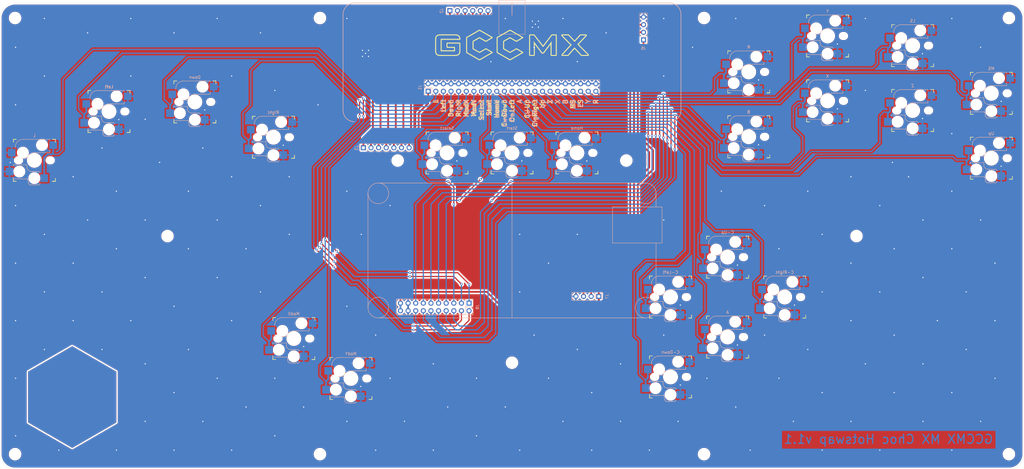
<source format=kicad_pcb>
(kicad_pcb (version 20171130) (host pcbnew "(5.1.10)-1")
  (layers (0 F.Cu signal) (31 B.Cu signal) (34 B.Paste user) (35 F.Paste user) (36 B.SilkS user) (37 F.SilkS user) (38 B.Mask user hide) (39 F.Mask user hide) (44 Edge.Cuts user))
  (net 0 "")
  (net 1 GND)
  (net 2 "Net-(J2-Pad1)")
  (net 3 "Net-(J2-Pad2)")
  (net 4 "Net-(J2-Pad3)")
  (net 5 "Net-(J2-Pad4)")
  (net 6 "Net-(J2-Pad5)")
  (net 7 "Net-(J2-Pad6)")
  (net 8 "Net-(J6-Pad2)")
  (net 9 "Net-(J6-Pad3)")
  (net 10 /TXLED)
  (net 11 VBUS)
  (net 12 /L)
  (net 13 /Left)
  (net 14 /Down)
  (net 15 /Right)
  (net 16 /ModX)
  (net 17 /ModY)
  (net 18 /Select)
  (net 19 /Start)
  (net 20 /Home)
  (net 21 /C-D)
  (net 22 /C-L)
  (net 23 /A)
  (net 24 /C-U)
  (net 25 /C-R)
  (net 26 /Up)
  (net 27 /Z)
  (net 28 /X)
  (net 29 /B)
  (net 30 /MS)
  (net 31 /LS)
  (net 32 /Y)
  (net 33 /R)
  (module "GCPCBFootprints:C Logo" (layer B.Cu) (at 82.05 207.65 180)
    (fp_text reference G*** hide)
    (fp_text value LOGO hide)
    (pad 1 smd rect (at 0 0 120) (size 29.38 16.9625) (layers F.Cu))
    (pad 1 smd rect (at 0 0 60) (size 29.38 16.9625) (layers F.Cu))
    (pad 1 smd rect (at 0 0 180) (size 29.38 16.9625) (layers F.Cu))
  )
  (module "GCPCBFootprints:C Logo" (layer F.Cu) (at 82.05 207.65)
    (fp_text reference G*** hide)
    (fp_text value LOGO hide)
    (pad 1 smd rect (at 0 0) (size 29.38 16.9625) (layers B.Cu))
    (pad 1 smd rect (at 0 0 120) (size 29.38 16.9625) (layers B.Cu))
    (pad 1 smd rect (at 0 0 60) (size 29.38 16.9625) (layers B.Cu))
  )
  (module keyswitches:Kailh_socket_MX+PG1350 (layer F.Cu) (at 228.6 126.20625)
    (fp_text reference Start (at 0 -8.255) (layer B.SilkS) (effects (justify mirror)))
    (fp_text value SW_SPST)
    (pad "" np_thru_hole circle (at -5 3.75) (size 3 3) (drill 3) (layers *.Cu *.Mask))
    (pad "" np_thru_hole circle (at -5.5 0) (size 1.7018 1.7018) (drill 1.7018) (layers *.Cu *.Mask))
    (pad "" np_thru_hole circle (at 0 5.95) (size 3 3) (drill 3) (layers *.Cu *.Mask))
    (pad 2 smd rect (at -8.275 3.75) (size 2.6 2.6) (layers B.Cu B.Paste B.Mask) (net 19 /Start))
    (pad 1 smd rect (at 3.275 5.95) (size 2.6 2.6) (layers B.Cu B.Paste B.Mask) (net 1 GND))
    (pad "" np_thru_hole circle (at 5.5 0) (size 1.7018 1.7018) (drill 1.7018) (layers *.Cu *.Mask))
    (pad "" np_thru_hole circle (at 0 0) (size 3.429 3.429) (drill 3.429) (layers *.Cu *.Mask))
    (pad 2 smd rect (at -7.56 -2.54) (size 2.55 2.5) (layers B.Cu B.Paste B.Mask) (net 19 /Start))
    (pad "" np_thru_hole circle (at -5.08 0) (size 1.7018 1.7018) (drill 1.7018) (layers *.Cu *.Mask))
    (pad "" np_thru_hole circle (at 5.08 0) (size 1.7018 1.7018) (drill 1.7018) (layers *.Cu *.Mask))
    (pad "" np_thru_hole circle (at 0 0) (size 3.9878 3.9878) (drill 3.9878) (layers *.Cu *.Mask))
    (pad "" np_thru_hole circle (at -3.81 -2.54) (size 3 3) (drill 3) (layers *.Cu *.Mask))
    (pad "" np_thru_hole circle (at 2.54 -5.08) (size 3 3) (drill 3) (layers *.Cu *.Mask))
    (pad 1 smd rect (at 6.29 -5.08) (size 2.55 2.5) (layers B.Cu B.Paste B.Mask) (net 1 GND))
  )
  (module keyswitches:Kailh_socket_MX+PG1350 (layer F.Cu) (at 300.452453 160.971578)
    (fp_text reference C-Up (at 0 -8.255) (layer B.SilkS) (effects (justify mirror)))
    (fp_text value SW_SPST)
    (pad "" np_thru_hole circle (at -5 3.75) (size 3 3) (drill 3) (layers *.Cu *.Mask))
    (pad "" np_thru_hole circle (at -5.5 0) (size 1.7018 1.7018) (drill 1.7018) (layers *.Cu *.Mask))
    (pad "" np_thru_hole circle (at 0 5.95) (size 3 3) (drill 3) (layers *.Cu *.Mask))
    (pad 2 smd rect (at -8.275 3.75) (size 2.6 2.6) (layers B.Cu B.Paste B.Mask) (net 24 /C-U))
    (pad 1 smd rect (at 3.275 5.95) (size 2.6 2.6) (layers B.Cu B.Paste B.Mask) (net 1 GND))
    (pad "" np_thru_hole circle (at 5.5 0) (size 1.7018 1.7018) (drill 1.7018) (layers *.Cu *.Mask))
    (pad "" np_thru_hole circle (at 0 0) (size 3.429 3.429) (drill 3.429) (layers *.Cu *.Mask))
    (pad 2 smd rect (at -7.56 -2.54) (size 2.55 2.5) (layers B.Cu B.Paste B.Mask) (net 24 /C-U))
    (pad "" np_thru_hole circle (at -5.08 0) (size 1.7018 1.7018) (drill 1.7018) (layers *.Cu *.Mask))
    (pad "" np_thru_hole circle (at 5.08 0) (size 1.7018 1.7018) (drill 1.7018) (layers *.Cu *.Mask))
    (pad "" np_thru_hole circle (at 0 0) (size 3.9878 3.9878) (drill 3.9878) (layers *.Cu *.Mask))
    (pad "" np_thru_hole circle (at -3.81 -2.54) (size 3 3) (drill 3) (layers *.Cu *.Mask))
    (pad "" np_thru_hole circle (at 2.54 -5.08) (size 3 3) (drill 3) (layers *.Cu *.Mask))
    (pad 1 smd rect (at 6.29 -5.08) (size 2.55 2.5) (layers B.Cu B.Paste B.Mask) (net 1 GND))
  )
  (module keyswitches:Kailh_socket_MX+PG1350 (layer F.Cu) (at 94.294945 112.388868)
    (fp_text reference Left (at 0 -8.25) (layer B.SilkS) (effects (justify mirror)))
    (fp_text value SW_SPST hide)
    (fp_text user %R (at 0 -8.25) (layer B.SilkS) (effects (justify mirror)))
    (pad 1 smd rect (at 6.29 -5.08) (size 2.55 2.5) (layers B.Cu B.Paste B.Mask) (net 1 GND))
    (pad "" np_thru_hole circle (at 2.54 -5.08) (size 3 3) (drill 3) (layers *.Cu *.Mask))
    (pad "" np_thru_hole circle (at -3.81 -2.54) (size 3 3) (drill 3) (layers *.Cu *.Mask))
    (pad "" np_thru_hole circle (at 0 0) (size 3.9878 3.9878) (drill 3.9878) (layers *.Cu *.Mask))
    (pad "" np_thru_hole circle (at 5.08 0) (size 1.7018 1.7018) (drill 1.7018) (layers *.Cu *.Mask))
    (pad "" np_thru_hole circle (at -5.08 0) (size 1.7018 1.7018) (drill 1.7018) (layers *.Cu *.Mask))
    (pad 2 smd rect (at -7.56 -2.54) (size 2.55 2.5) (layers B.Cu B.Paste B.Mask) (net 13 /Left))
    (pad "" np_thru_hole circle (at 0 0) (size 3.429 3.429) (drill 3.429) (layers *.Cu *.Mask))
    (pad "" np_thru_hole circle (at 5.5 0) (size 1.7018 1.7018) (drill 1.7018) (layers *.Cu *.Mask))
    (pad 1 smd rect (at 3.275 5.95) (size 2.6 2.6) (layers B.Cu B.Paste B.Mask) (net 1 GND))
    (pad 2 smd rect (at -8.275 3.75) (size 2.6 2.6) (layers B.Cu B.Paste B.Mask) (net 13 /Left))
    (pad "" np_thru_hole circle (at 0 5.95) (size 3 3) (drill 3) (layers *.Cu *.Mask))
    (pad "" np_thru_hole circle (at -5.5 0) (size 1.7018 1.7018) (drill 1.7018) (layers *.Cu *.Mask))
    (pad "" np_thru_hole circle (at -5 3.75) (size 3 3) (drill 3) (layers *.Cu *.Mask))
  )
  (module keyswitches:Kailh_socket_MX+PG1350 (layer F.Cu) (at 388.341283 127.961424)
    (fp_text reference Up (at 0 -8.255) (layer B.SilkS) (effects (justify mirror)))
    (fp_text value SW_SPST)
    (pad "" np_thru_hole circle (at -5 3.75) (size 3 3) (drill 3) (layers *.Cu *.Mask))
    (pad "" np_thru_hole circle (at -5.5 0) (size 1.7018 1.7018) (drill 1.7018) (layers *.Cu *.Mask))
    (pad "" np_thru_hole circle (at 0 5.95) (size 3 3) (drill 3) (layers *.Cu *.Mask))
    (pad 2 smd rect (at -8.275 3.75) (size 2.6 2.6) (layers B.Cu B.Paste B.Mask) (net 26 /Up))
    (pad 1 smd rect (at 3.275 5.95) (size 2.6 2.6) (layers B.Cu B.Paste B.Mask) (net 1 GND))
    (pad "" np_thru_hole circle (at 5.5 0) (size 1.7018 1.7018) (drill 1.7018) (layers *.Cu *.Mask))
    (pad "" np_thru_hole circle (at 0 0) (size 3.429 3.429) (drill 3.429) (layers *.Cu *.Mask))
    (pad 2 smd rect (at -7.56 -2.54) (size 2.55 2.5) (layers B.Cu B.Paste B.Mask) (net 26 /Up))
    (pad "" np_thru_hole circle (at -5.08 0) (size 1.7018 1.7018) (drill 1.7018) (layers *.Cu *.Mask))
    (pad "" np_thru_hole circle (at 5.08 0) (size 1.7018 1.7018) (drill 1.7018) (layers *.Cu *.Mask))
    (pad "" np_thru_hole circle (at 0 0) (size 3.9878 3.9878) (drill 3.9878) (layers *.Cu *.Mask))
    (pad "" np_thru_hole circle (at -3.81 -2.54) (size 3 3) (drill 3) (layers *.Cu *.Mask))
    (pad "" np_thru_hole circle (at 2.54 -5.08) (size 3 3) (drill 3) (layers *.Cu *.Mask))
    (pad 1 smd rect (at 6.29 -5.08) (size 2.55 2.5) (layers B.Cu B.Paste B.Mask) (net 1 GND))
  )
  (module keyswitches:Kailh_socket_MX+PG1350 (layer F.Cu) (at 300.452453 187.613578)
    (fp_text reference A (at 0 -8.255) (layer B.SilkS) (effects (justify mirror)))
    (fp_text value SW_SPST)
    (pad "" np_thru_hole circle (at -5 3.75) (size 3 3) (drill 3) (layers *.Cu *.Mask))
    (pad "" np_thru_hole circle (at -5.5 0) (size 1.7018 1.7018) (drill 1.7018) (layers *.Cu *.Mask))
    (pad "" np_thru_hole circle (at 0 5.95) (size 3 3) (drill 3) (layers *.Cu *.Mask))
    (pad 2 smd rect (at -8.275 3.75) (size 2.6 2.6) (layers B.Cu B.Paste B.Mask) (net 23 /A))
    (pad 1 smd rect (at 3.275 5.95) (size 2.6 2.6) (layers B.Cu B.Paste B.Mask) (net 1 GND))
    (pad "" np_thru_hole circle (at 5.5 0) (size 1.7018 1.7018) (drill 1.7018) (layers *.Cu *.Mask))
    (pad "" np_thru_hole circle (at 0 0) (size 3.429 3.429) (drill 3.429) (layers *.Cu *.Mask))
    (pad 2 smd rect (at -7.56 -2.54) (size 2.55 2.5) (layers B.Cu B.Paste B.Mask) (net 23 /A))
    (pad "" np_thru_hole circle (at -5.08 0) (size 1.7018 1.7018) (drill 1.7018) (layers *.Cu *.Mask))
    (pad "" np_thru_hole circle (at 5.08 0) (size 1.7018 1.7018) (drill 1.7018) (layers *.Cu *.Mask))
    (pad "" np_thru_hole circle (at 0 0) (size 3.9878 3.9878) (drill 3.9878) (layers *.Cu *.Mask))
    (pad "" np_thru_hole circle (at -3.81 -2.54) (size 3 3) (drill 3) (layers *.Cu *.Mask))
    (pad "" np_thru_hole circle (at 2.54 -5.08) (size 3 3) (drill 3) (layers *.Cu *.Mask))
    (pad 1 smd rect (at 6.29 -5.08) (size 2.55 2.5) (layers B.Cu B.Paste B.Mask) (net 1 GND))
  )
  (module keyswitches:Kailh_socket_MX+PG1350 (layer F.Cu) (at 307.488253 99.175054)
    (fp_text reference R (at 0 -8.255) (layer B.SilkS) (effects (justify mirror)))
    (fp_text value SW_SPST)
    (pad "" np_thru_hole circle (at -5 3.75) (size 3 3) (drill 3) (layers *.Cu *.Mask))
    (pad "" np_thru_hole circle (at -5.5 0) (size 1.7018 1.7018) (drill 1.7018) (layers *.Cu *.Mask))
    (pad "" np_thru_hole circle (at 0 5.95) (size 3 3) (drill 3) (layers *.Cu *.Mask))
    (pad 2 smd rect (at -8.275 3.75) (size 2.6 2.6) (layers B.Cu B.Paste B.Mask) (net 33 /R))
    (pad 1 smd rect (at 3.275 5.95) (size 2.6 2.6) (layers B.Cu B.Paste B.Mask) (net 1 GND))
    (pad "" np_thru_hole circle (at 5.5 0) (size 1.7018 1.7018) (drill 1.7018) (layers *.Cu *.Mask))
    (pad "" np_thru_hole circle (at 0 0) (size 3.429 3.429) (drill 3.429) (layers *.Cu *.Mask))
    (pad 2 smd rect (at -7.56 -2.54) (size 2.55 2.5) (layers B.Cu B.Paste B.Mask) (net 33 /R))
    (pad "" np_thru_hole circle (at -5.08 0) (size 1.7018 1.7018) (drill 1.7018) (layers *.Cu *.Mask))
    (pad "" np_thru_hole circle (at 5.08 0) (size 1.7018 1.7018) (drill 1.7018) (layers *.Cu *.Mask))
    (pad "" np_thru_hole circle (at 0 0) (size 3.9878 3.9878) (drill 3.9878) (layers *.Cu *.Mask))
    (pad "" np_thru_hole circle (at -3.81 -2.54) (size 3 3) (drill 3) (layers *.Cu *.Mask))
    (pad "" np_thru_hole circle (at 2.54 -5.08) (size 3 3) (drill 3) (layers *.Cu *.Mask))
    (pad 1 smd rect (at 6.29 -5.08) (size 2.55 2.5) (layers B.Cu B.Paste B.Mask) (net 1 GND))
  )
  (module keyswitches:Kailh_socket_MX+PG1350 (layer F.Cu) (at 250.24 126.20625)
    (fp_text reference Home (at 0 -8.255) (layer B.SilkS) (effects (justify mirror)))
    (fp_text value SW_SPST)
    (pad "" np_thru_hole circle (at -5 3.75) (size 3 3) (drill 3) (layers *.Cu *.Mask))
    (pad "" np_thru_hole circle (at -5.5 0) (size 1.7018 1.7018) (drill 1.7018) (layers *.Cu *.Mask))
    (pad "" np_thru_hole circle (at 0 5.95) (size 3 3) (drill 3) (layers *.Cu *.Mask))
    (pad 2 smd rect (at -8.275 3.75) (size 2.6 2.6) (layers B.Cu B.Paste B.Mask) (net 20 /Home))
    (pad 1 smd rect (at 3.275 5.95) (size 2.6 2.6) (layers B.Cu B.Paste B.Mask) (net 1 GND))
    (pad "" np_thru_hole circle (at 5.5 0) (size 1.7018 1.7018) (drill 1.7018) (layers *.Cu *.Mask))
    (pad "" np_thru_hole circle (at 0 0) (size 3.429 3.429) (drill 3.429) (layers *.Cu *.Mask))
    (pad 2 smd rect (at -7.56 -2.54) (size 2.55 2.5) (layers B.Cu B.Paste B.Mask) (net 20 /Home))
    (pad "" np_thru_hole circle (at -5.08 0) (size 1.7018 1.7018) (drill 1.7018) (layers *.Cu *.Mask))
    (pad "" np_thru_hole circle (at 5.08 0) (size 1.7018 1.7018) (drill 1.7018) (layers *.Cu *.Mask))
    (pad "" np_thru_hole circle (at 0 0) (size 3.9878 3.9878) (drill 3.9878) (layers *.Cu *.Mask))
    (pad "" np_thru_hole circle (at -3.81 -2.54) (size 3 3) (drill 3) (layers *.Cu *.Mask))
    (pad "" np_thru_hole circle (at 2.54 -5.08) (size 3 3) (drill 3) (layers *.Cu *.Mask))
    (pad 1 smd rect (at 6.29 -5.08) (size 2.55 2.5) (layers B.Cu B.Paste B.Mask) (net 1 GND))
  )
  (module keyswitches:Kailh_socket_MX+PG1350 (layer F.Cu) (at 174.919603 201.442263)
    (fp_text reference ModY (at 0 -8.255) (layer B.SilkS) (effects (justify mirror)))
    (fp_text value SW_SPST)
    (pad "" np_thru_hole circle (at -5 3.75) (size 3 3) (drill 3) (layers *.Cu *.Mask))
    (pad "" np_thru_hole circle (at -5.5 0) (size 1.7018 1.7018) (drill 1.7018) (layers *.Cu *.Mask))
    (pad "" np_thru_hole circle (at 0 5.95) (size 3 3) (drill 3) (layers *.Cu *.Mask))
    (pad 2 smd rect (at -8.275 3.75) (size 2.6 2.6) (layers B.Cu B.Paste B.Mask) (net 17 /ModY))
    (pad 1 smd rect (at 3.275 5.95) (size 2.6 2.6) (layers B.Cu B.Paste B.Mask) (net 1 GND))
    (pad "" np_thru_hole circle (at 5.5 0) (size 1.7018 1.7018) (drill 1.7018) (layers *.Cu *.Mask))
    (pad "" np_thru_hole circle (at 0 0) (size 3.429 3.429) (drill 3.429) (layers *.Cu *.Mask))
    (pad 2 smd rect (at -7.56 -2.54) (size 2.55 2.5) (layers B.Cu B.Paste B.Mask) (net 17 /ModY))
    (pad "" np_thru_hole circle (at -5.08 0) (size 1.7018 1.7018) (drill 1.7018) (layers *.Cu *.Mask))
    (pad "" np_thru_hole circle (at 5.08 0) (size 1.7018 1.7018) (drill 1.7018) (layers *.Cu *.Mask))
    (pad "" np_thru_hole circle (at 0 0) (size 3.9878 3.9878) (drill 3.9878) (layers *.Cu *.Mask))
    (pad "" np_thru_hole circle (at -3.81 -2.54) (size 3 3) (drill 3) (layers *.Cu *.Mask))
    (pad "" np_thru_hole circle (at 2.54 -5.08) (size 3 3) (drill 3) (layers *.Cu *.Mask))
    (pad 1 smd rect (at 6.29 -5.08) (size 2.55 2.5) (layers B.Cu B.Paste B.Mask) (net 1 GND))
  )
  (module keyswitches:Kailh_socket_MX+PG1350 (layer F.Cu) (at 155.894603 188.121263)
    (fp_text reference ModX (at 0 -8.255) (layer B.SilkS) (effects (justify mirror)))
    (fp_text value SW_SPST)
    (pad "" np_thru_hole circle (at -5 3.75) (size 3 3) (drill 3) (layers *.Cu *.Mask))
    (pad "" np_thru_hole circle (at -5.5 0) (size 1.7018 1.7018) (drill 1.7018) (layers *.Cu *.Mask))
    (pad "" np_thru_hole circle (at 0 5.95) (size 3 3) (drill 3) (layers *.Cu *.Mask))
    (pad 2 smd rect (at -8.275 3.75) (size 2.6 2.6) (layers B.Cu B.Paste B.Mask) (net 16 /ModX))
    (pad 1 smd rect (at 3.275 5.95) (size 2.6 2.6) (layers B.Cu B.Paste B.Mask) (net 1 GND))
    (pad "" np_thru_hole circle (at 5.5 0) (size 1.7018 1.7018) (drill 1.7018) (layers *.Cu *.Mask))
    (pad "" np_thru_hole circle (at 0 0) (size 3.429 3.429) (drill 3.429) (layers *.Cu *.Mask))
    (pad 2 smd rect (at -7.56 -2.54) (size 2.55 2.5) (layers B.Cu B.Paste B.Mask) (net 16 /ModX))
    (pad "" np_thru_hole circle (at -5.08 0) (size 1.7018 1.7018) (drill 1.7018) (layers *.Cu *.Mask))
    (pad "" np_thru_hole circle (at 5.08 0) (size 1.7018 1.7018) (drill 1.7018) (layers *.Cu *.Mask))
    (pad "" np_thru_hole circle (at 0 0) (size 3.9878 3.9878) (drill 3.9878) (layers *.Cu *.Mask))
    (pad "" np_thru_hole circle (at -3.81 -2.54) (size 3 3) (drill 3) (layers *.Cu *.Mask))
    (pad "" np_thru_hole circle (at 2.54 -5.08) (size 3 3) (drill 3) (layers *.Cu *.Mask))
    (pad 1 smd rect (at 6.29 -5.08) (size 2.55 2.5) (layers B.Cu B.Paste B.Mask) (net 1 GND))
  )
  (module keyswitches:Kailh_socket_MX+PG1350 (layer F.Cu) (at 149.1 120.9675)
    (fp_text reference Right (at 0 -8.255) (layer B.SilkS) (effects (justify mirror)))
    (fp_text value SW_SPST)
    (pad "" np_thru_hole circle (at -5 3.75) (size 3 3) (drill 3) (layers *.Cu *.Mask))
    (pad "" np_thru_hole circle (at -5.5 0) (size 1.7018 1.7018) (drill 1.7018) (layers *.Cu *.Mask))
    (pad "" np_thru_hole circle (at 0 5.95) (size 3 3) (drill 3) (layers *.Cu *.Mask))
    (pad 2 smd rect (at -8.275 3.75) (size 2.6 2.6) (layers B.Cu B.Paste B.Mask) (net 15 /Right))
    (pad 1 smd rect (at 3.275 5.95) (size 2.6 2.6) (layers B.Cu B.Paste B.Mask) (net 1 GND))
    (pad "" np_thru_hole circle (at 5.5 0) (size 1.7018 1.7018) (drill 1.7018) (layers *.Cu *.Mask))
    (pad "" np_thru_hole circle (at 0 0) (size 3.429 3.429) (drill 3.429) (layers *.Cu *.Mask))
    (pad 2 smd rect (at -7.56 -2.54) (size 2.55 2.5) (layers B.Cu B.Paste B.Mask) (net 15 /Right))
    (pad "" np_thru_hole circle (at -5.08 0) (size 1.7018 1.7018) (drill 1.7018) (layers *.Cu *.Mask))
    (pad "" np_thru_hole circle (at 5.08 0) (size 1.7018 1.7018) (drill 1.7018) (layers *.Cu *.Mask))
    (pad "" np_thru_hole circle (at 0 0) (size 3.9878 3.9878) (drill 3.9878) (layers *.Cu *.Mask))
    (pad "" np_thru_hole circle (at -3.81 -2.54) (size 3 3) (drill 3) (layers *.Cu *.Mask))
    (pad "" np_thru_hole circle (at 2.54 -5.08) (size 3 3) (drill 3) (layers *.Cu *.Mask))
    (pad 1 smd rect (at 6.29 -5.08) (size 2.55 2.5) (layers B.Cu B.Paste B.Mask) (net 1 GND))
  )
  (module keyswitches:Kailh_socket_MX+PG1350 (layer F.Cu) (at 122.918213 109.198028)
    (fp_text reference Down (at 0 -8.255) (layer B.SilkS) (effects (justify mirror)))
    (fp_text value SW_SPST)
    (pad "" np_thru_hole circle (at -5 3.75) (size 3 3) (drill 3) (layers *.Cu *.Mask))
    (pad "" np_thru_hole circle (at -5.5 0) (size 1.7018 1.7018) (drill 1.7018) (layers *.Cu *.Mask))
    (pad "" np_thru_hole circle (at 0 5.95) (size 3 3) (drill 3) (layers *.Cu *.Mask))
    (pad 2 smd rect (at -8.275 3.75) (size 2.6 2.6) (layers B.Cu B.Paste B.Mask) (net 14 /Down))
    (pad 1 smd rect (at 3.275 5.95) (size 2.6 2.6) (layers B.Cu B.Paste B.Mask) (net 1 GND))
    (pad "" np_thru_hole circle (at 5.5 0) (size 1.7018 1.7018) (drill 1.7018) (layers *.Cu *.Mask))
    (pad "" np_thru_hole circle (at 0 0) (size 3.429 3.429) (drill 3.429) (layers *.Cu *.Mask))
    (pad 2 smd rect (at -7.56 -2.54) (size 2.55 2.5) (layers B.Cu B.Paste B.Mask) (net 14 /Down))
    (pad "" np_thru_hole circle (at -5.08 0) (size 1.7018 1.7018) (drill 1.7018) (layers *.Cu *.Mask))
    (pad "" np_thru_hole circle (at 5.08 0) (size 1.7018 1.7018) (drill 1.7018) (layers *.Cu *.Mask))
    (pad "" np_thru_hole circle (at 0 0) (size 3.9878 3.9878) (drill 3.9878) (layers *.Cu *.Mask))
    (pad "" np_thru_hole circle (at -3.81 -2.54) (size 3 3) (drill 3) (layers *.Cu *.Mask))
    (pad "" np_thru_hole circle (at 2.54 -5.08) (size 3 3) (drill 3) (layers *.Cu *.Mask))
    (pad 1 smd rect (at 6.29 -5.08) (size 2.55 2.5) (layers B.Cu B.Paste B.Mask) (net 1 GND))
  )
  (module keyswitches:Kailh_socket_MX+PG1350 (layer F.Cu) (at 69.428481 128.668351)
    (fp_text reference L (at 0 -8.255) (layer B.SilkS) (effects (justify mirror)))
    (fp_text value SW_SPST)
    (pad "" np_thru_hole circle (at -5 3.75) (size 3 3) (drill 3) (layers *.Cu *.Mask))
    (pad "" np_thru_hole circle (at -5.5 0) (size 1.7018 1.7018) (drill 1.7018) (layers *.Cu *.Mask))
    (pad "" np_thru_hole circle (at 0 5.95) (size 3 3) (drill 3) (layers *.Cu *.Mask))
    (pad 2 smd rect (at -8.275 3.75) (size 2.6 2.6) (layers B.Cu B.Paste B.Mask) (net 1 GND))
    (pad 1 smd rect (at 3.275 5.95) (size 2.6 2.6) (layers B.Cu B.Paste B.Mask) (net 12 /L))
    (pad "" np_thru_hole circle (at 5.5 0) (size 1.7018 1.7018) (drill 1.7018) (layers *.Cu *.Mask))
    (pad "" np_thru_hole circle (at 0 0) (size 3.429 3.429) (drill 3.429) (layers *.Cu *.Mask))
    (pad 2 smd rect (at -7.56 -2.54) (size 2.55 2.5) (layers B.Cu B.Paste B.Mask) (net 1 GND))
    (pad "" np_thru_hole circle (at -5.08 0) (size 1.7018 1.7018) (drill 1.7018) (layers *.Cu *.Mask))
    (pad "" np_thru_hole circle (at 5.08 0) (size 1.7018 1.7018) (drill 1.7018) (layers *.Cu *.Mask))
    (pad "" np_thru_hole circle (at 0 0) (size 3.9878 3.9878) (drill 3.9878) (layers *.Cu *.Mask))
    (pad "" np_thru_hole circle (at -3.81 -2.54) (size 3 3) (drill 3) (layers *.Cu *.Mask))
    (pad "" np_thru_hole circle (at 2.54 -5.08) (size 3 3) (drill 3) (layers *.Cu *.Mask))
    (pad 1 smd rect (at 6.29 -5.08) (size 2.55 2.5) (layers B.Cu B.Paste B.Mask) (net 12 /L))
  )
  (module keyswitches:Kailh_socket_MX+PG1350 (layer F.Cu) (at 206.96 126.20625)
    (fp_text reference Select (at 0 -8.255) (layer B.SilkS) (effects (justify mirror)))
    (fp_text value SW_SPST)
    (pad "" np_thru_hole circle (at -5 3.75) (size 3 3) (drill 3) (layers *.Cu *.Mask))
    (pad "" np_thru_hole circle (at -5.5 0) (size 1.7018 1.7018) (drill 1.7018) (layers *.Cu *.Mask))
    (pad "" np_thru_hole circle (at 0 5.95) (size 3 3) (drill 3) (layers *.Cu *.Mask))
    (pad 2 smd rect (at -8.275 3.75) (size 2.6 2.6) (layers B.Cu B.Paste B.Mask) (net 18 /Select))
    (pad 1 smd rect (at 3.275 5.95) (size 2.6 2.6) (layers B.Cu B.Paste B.Mask) (net 1 GND))
    (pad "" np_thru_hole circle (at 5.5 0) (size 1.7018 1.7018) (drill 1.7018) (layers *.Cu *.Mask))
    (pad "" np_thru_hole circle (at 0 0) (size 3.429 3.429) (drill 3.429) (layers *.Cu *.Mask))
    (pad 2 smd rect (at -7.56 -2.54) (size 2.55 2.5) (layers B.Cu B.Paste B.Mask) (net 18 /Select))
    (pad "" np_thru_hole circle (at -5.08 0) (size 1.7018 1.7018) (drill 1.7018) (layers *.Cu *.Mask))
    (pad "" np_thru_hole circle (at 5.08 0) (size 1.7018 1.7018) (drill 1.7018) (layers *.Cu *.Mask))
    (pad "" np_thru_hole circle (at 0 0) (size 3.9878 3.9878) (drill 3.9878) (layers *.Cu *.Mask))
    (pad "" np_thru_hole circle (at -3.81 -2.54) (size 3 3) (drill 3) (layers *.Cu *.Mask))
    (pad "" np_thru_hole circle (at 2.54 -5.08) (size 3 3) (drill 3) (layers *.Cu *.Mask))
    (pad 1 smd rect (at 6.29 -5.08) (size 2.55 2.5) (layers B.Cu B.Paste B.Mask) (net 1 GND))
  )
  (module keyswitches:Kailh_socket_MX+PG1350 (layer F.Cu) (at 333.768452 87.187595)
    (fp_text reference Y (at 0 -8.255) (layer B.SilkS) (effects (justify mirror)))
    (fp_text value SW_SPST)
    (pad "" np_thru_hole circle (at -5 3.75) (size 3 3) (drill 3) (layers *.Cu *.Mask))
    (pad "" np_thru_hole circle (at -5.5 0) (size 1.7018 1.7018) (drill 1.7018) (layers *.Cu *.Mask))
    (pad "" np_thru_hole circle (at 0 5.95) (size 3 3) (drill 3) (layers *.Cu *.Mask))
    (pad 2 smd rect (at -8.275 3.75) (size 2.6 2.6) (layers B.Cu B.Paste B.Mask) (net 32 /Y))
    (pad 1 smd rect (at 3.275 5.95) (size 2.6 2.6) (layers B.Cu B.Paste B.Mask) (net 1 GND))
    (pad "" np_thru_hole circle (at 5.5 0) (size 1.7018 1.7018) (drill 1.7018) (layers *.Cu *.Mask))
    (pad "" np_thru_hole circle (at 0 0) (size 3.429 3.429) (drill 3.429) (layers *.Cu *.Mask))
    (pad 2 smd rect (at -7.56 -2.54) (size 2.55 2.5) (layers B.Cu B.Paste B.Mask) (net 32 /Y))
    (pad "" np_thru_hole circle (at -5.08 0) (size 1.7018 1.7018) (drill 1.7018) (layers *.Cu *.Mask))
    (pad "" np_thru_hole circle (at 5.08 0) (size 1.7018 1.7018) (drill 1.7018) (layers *.Cu *.Mask))
    (pad "" np_thru_hole circle (at 0 0) (size 3.9878 3.9878) (drill 3.9878) (layers *.Cu *.Mask))
    (pad "" np_thru_hole circle (at -3.81 -2.54) (size 3 3) (drill 3) (layers *.Cu *.Mask))
    (pad "" np_thru_hole circle (at 2.54 -5.08) (size 3 3) (drill 3) (layers *.Cu *.Mask))
    (pad 1 smd rect (at 6.29 -5.08) (size 2.55 2.5) (layers B.Cu B.Paste B.Mask) (net 1 GND))
  )
  (module keyswitches:Kailh_socket_MX+PG1350 (layer F.Cu) (at 307.488253 120.815054)
    (fp_text reference B (at 0 -8.255) (layer B.SilkS) (effects (justify mirror)))
    (fp_text value SW_SPST)
    (pad "" np_thru_hole circle (at -5 3.75) (size 3 3) (drill 3) (layers *.Cu *.Mask))
    (pad "" np_thru_hole circle (at -5.5 0) (size 1.7018 1.7018) (drill 1.7018) (layers *.Cu *.Mask))
    (pad "" np_thru_hole circle (at 0 5.95) (size 3 3) (drill 3) (layers *.Cu *.Mask))
    (pad 2 smd rect (at -8.275 3.75) (size 2.6 2.6) (layers B.Cu B.Paste B.Mask) (net 29 /B))
    (pad 1 smd rect (at 3.275 5.95) (size 2.6 2.6) (layers B.Cu B.Paste B.Mask) (net 1 GND))
    (pad "" np_thru_hole circle (at 5.5 0) (size 1.7018 1.7018) (drill 1.7018) (layers *.Cu *.Mask))
    (pad "" np_thru_hole circle (at 0 0) (size 3.429 3.429) (drill 3.429) (layers *.Cu *.Mask))
    (pad 2 smd rect (at -7.56 -2.54) (size 2.55 2.5) (layers B.Cu B.Paste B.Mask) (net 29 /B))
    (pad "" np_thru_hole circle (at -5.08 0) (size 1.7018 1.7018) (drill 1.7018) (layers *.Cu *.Mask))
    (pad "" np_thru_hole circle (at 5.08 0) (size 1.7018 1.7018) (drill 1.7018) (layers *.Cu *.Mask))
    (pad "" np_thru_hole circle (at 0 0) (size 3.9878 3.9878) (drill 3.9878) (layers *.Cu *.Mask))
    (pad "" np_thru_hole circle (at -3.81 -2.54) (size 3 3) (drill 3) (layers *.Cu *.Mask))
    (pad "" np_thru_hole circle (at 2.54 -5.08) (size 3 3) (drill 3) (layers *.Cu *.Mask))
    (pad 1 smd rect (at 6.29 -5.08) (size 2.55 2.5) (layers B.Cu B.Paste B.Mask) (net 1 GND))
  )
  (module keyswitches:Kailh_socket_MX+PG1350 (layer F.Cu) (at 362.117169 90.414988)
    (fp_text reference LS (at 0 -8.255) (layer B.SilkS) (effects (justify mirror)))
    (fp_text value SW_SPST)
    (pad "" np_thru_hole circle (at -5 3.75) (size 3 3) (drill 3) (layers *.Cu *.Mask))
    (pad "" np_thru_hole circle (at -5.5 0) (size 1.7018 1.7018) (drill 1.7018) (layers *.Cu *.Mask))
    (pad "" np_thru_hole circle (at 0 5.95) (size 3 3) (drill 3) (layers *.Cu *.Mask))
    (pad 2 smd rect (at -8.275 3.75) (size 2.6 2.6) (layers B.Cu B.Paste B.Mask) (net 31 /LS))
    (pad 1 smd rect (at 3.275 5.95) (size 2.6 2.6) (layers B.Cu B.Paste B.Mask) (net 1 GND))
    (pad "" np_thru_hole circle (at 5.5 0) (size 1.7018 1.7018) (drill 1.7018) (layers *.Cu *.Mask))
    (pad "" np_thru_hole circle (at 0 0) (size 3.429 3.429) (drill 3.429) (layers *.Cu *.Mask))
    (pad 2 smd rect (at -7.56 -2.54) (size 2.55 2.5) (layers B.Cu B.Paste B.Mask) (net 31 /LS))
    (pad "" np_thru_hole circle (at -5.08 0) (size 1.7018 1.7018) (drill 1.7018) (layers *.Cu *.Mask))
    (pad "" np_thru_hole circle (at 5.08 0) (size 1.7018 1.7018) (drill 1.7018) (layers *.Cu *.Mask))
    (pad "" np_thru_hole circle (at 0 0) (size 3.9878 3.9878) (drill 3.9878) (layers *.Cu *.Mask))
    (pad "" np_thru_hole circle (at -3.81 -2.54) (size 3 3) (drill 3) (layers *.Cu *.Mask))
    (pad "" np_thru_hole circle (at 2.54 -5.08) (size 3 3) (drill 3) (layers *.Cu *.Mask))
    (pad 1 smd rect (at 6.29 -5.08) (size 2.55 2.5) (layers B.Cu B.Paste B.Mask) (net 1 GND))
  )
  (module keyswitches:Kailh_socket_MX+PG1350 (layer F.Cu) (at 388.341283 106.321424)
    (fp_text reference MS (at 0 -8.255) (layer B.SilkS) (effects (justify mirror)))
    (fp_text value SW_SPST)
    (pad "" np_thru_hole circle (at -5 3.75) (size 3 3) (drill 3) (layers *.Cu *.Mask))
    (pad "" np_thru_hole circle (at -5.5 0) (size 1.7018 1.7018) (drill 1.7018) (layers *.Cu *.Mask))
    (pad "" np_thru_hole circle (at 0 5.95) (size 3 3) (drill 3) (layers *.Cu *.Mask))
    (pad 2 smd rect (at -8.275 3.75) (size 2.6 2.6) (layers B.Cu B.Paste B.Mask) (net 30 /MS))
    (pad 1 smd rect (at 3.275 5.95) (size 2.6 2.6) (layers B.Cu B.Paste B.Mask) (net 1 GND))
    (pad "" np_thru_hole circle (at 5.5 0) (size 1.7018 1.7018) (drill 1.7018) (layers *.Cu *.Mask))
    (pad "" np_thru_hole circle (at 0 0) (size 3.429 3.429) (drill 3.429) (layers *.Cu *.Mask))
    (pad 2 smd rect (at -7.56 -2.54) (size 2.55 2.5) (layers B.Cu B.Paste B.Mask) (net 30 /MS))
    (pad "" np_thru_hole circle (at -5.08 0) (size 1.7018 1.7018) (drill 1.7018) (layers *.Cu *.Mask))
    (pad "" np_thru_hole circle (at 5.08 0) (size 1.7018 1.7018) (drill 1.7018) (layers *.Cu *.Mask))
    (pad "" np_thru_hole circle (at 0 0) (size 3.9878 3.9878) (drill 3.9878) (layers *.Cu *.Mask))
    (pad "" np_thru_hole circle (at -3.81 -2.54) (size 3 3) (drill 3) (layers *.Cu *.Mask))
    (pad "" np_thru_hole circle (at 2.54 -5.08) (size 3 3) (drill 3) (layers *.Cu *.Mask))
    (pad 1 smd rect (at 6.29 -5.08) (size 2.55 2.5) (layers B.Cu B.Paste B.Mask) (net 1 GND))
  )
  (module keyswitches:Kailh_socket_MX+PG1350 (layer F.Cu) (at 281.427453 200.934578)
    (fp_text reference C-Down (at 0 -8.255) (layer B.SilkS) (effects (justify mirror)))
    (fp_text value SW_SPST)
    (pad "" np_thru_hole circle (at -5 3.75) (size 3 3) (drill 3) (layers *.Cu *.Mask))
    (pad "" np_thru_hole circle (at -5.5 0) (size 1.7018 1.7018) (drill 1.7018) (layers *.Cu *.Mask))
    (pad "" np_thru_hole circle (at 0 5.95) (size 3 3) (drill 3) (layers *.Cu *.Mask))
    (pad 2 smd rect (at -8.275 3.75) (size 2.6 2.6) (layers B.Cu B.Paste B.Mask) (net 21 /C-D))
    (pad 1 smd rect (at 3.275 5.95) (size 2.6 2.6) (layers B.Cu B.Paste B.Mask) (net 1 GND))
    (pad "" np_thru_hole circle (at 5.5 0) (size 1.7018 1.7018) (drill 1.7018) (layers *.Cu *.Mask))
    (pad "" np_thru_hole circle (at 0 0) (size 3.429 3.429) (drill 3.429) (layers *.Cu *.Mask))
    (pad 2 smd rect (at -7.56 -2.54) (size 2.55 2.5) (layers B.Cu B.Paste B.Mask) (net 21 /C-D))
    (pad "" np_thru_hole circle (at -5.08 0) (size 1.7018 1.7018) (drill 1.7018) (layers *.Cu *.Mask))
    (pad "" np_thru_hole circle (at 5.08 0) (size 1.7018 1.7018) (drill 1.7018) (layers *.Cu *.Mask))
    (pad "" np_thru_hole circle (at 0 0) (size 3.9878 3.9878) (drill 3.9878) (layers *.Cu *.Mask))
    (pad "" np_thru_hole circle (at -3.81 -2.54) (size 3 3) (drill 3) (layers *.Cu *.Mask))
    (pad "" np_thru_hole circle (at 2.54 -5.08) (size 3 3) (drill 3) (layers *.Cu *.Mask))
    (pad 1 smd rect (at 6.29 -5.08) (size 2.55 2.5) (layers B.Cu B.Paste B.Mask) (net 1 GND))
  )
  (module keyswitches:Kailh_socket_MX+PG1350 (layer F.Cu) (at 319.477453 174.292578)
    (fp_text reference C-Right (at 0 -8.255) (layer B.SilkS) (effects (justify mirror)))
    (fp_text value SW_SPST)
    (pad "" np_thru_hole circle (at -5 3.75) (size 3 3) (drill 3) (layers *.Cu *.Mask))
    (pad "" np_thru_hole circle (at -5.5 0) (size 1.7018 1.7018) (drill 1.7018) (layers *.Cu *.Mask))
    (pad "" np_thru_hole circle (at 0 5.95) (size 3 3) (drill 3) (layers *.Cu *.Mask))
    (pad 2 smd rect (at -8.275 3.75) (size 2.6 2.6) (layers B.Cu B.Paste B.Mask) (net 25 /C-R))
    (pad 1 smd rect (at 3.275 5.95) (size 2.6 2.6) (layers B.Cu B.Paste B.Mask) (net 1 GND))
    (pad "" np_thru_hole circle (at 5.5 0) (size 1.7018 1.7018) (drill 1.7018) (layers *.Cu *.Mask))
    (pad "" np_thru_hole circle (at 0 0) (size 3.429 3.429) (drill 3.429) (layers *.Cu *.Mask))
    (pad 2 smd rect (at -7.56 -2.54) (size 2.55 2.5) (layers B.Cu B.Paste B.Mask) (net 25 /C-R))
    (pad "" np_thru_hole circle (at -5.08 0) (size 1.7018 1.7018) (drill 1.7018) (layers *.Cu *.Mask))
    (pad "" np_thru_hole circle (at 5.08 0) (size 1.7018 1.7018) (drill 1.7018) (layers *.Cu *.Mask))
    (pad "" np_thru_hole circle (at 0 0) (size 3.9878 3.9878) (drill 3.9878) (layers *.Cu *.Mask))
    (pad "" np_thru_hole circle (at -3.81 -2.54) (size 3 3) (drill 3) (layers *.Cu *.Mask))
    (pad "" np_thru_hole circle (at 2.54 -5.08) (size 3 3) (drill 3) (layers *.Cu *.Mask))
    (pad 1 smd rect (at 6.29 -5.08) (size 2.55 2.5) (layers B.Cu B.Paste B.Mask) (net 1 GND))
  )
  (module keyswitches:Kailh_socket_MX+PG1350 (layer F.Cu) (at 281.427453 174.292578)
    (fp_text reference C-Left (at 0 -8.255) (layer B.SilkS) (effects (justify mirror)))
    (fp_text value SW_SPST)
    (pad "" np_thru_hole circle (at -5 3.75) (size 3 3) (drill 3) (layers *.Cu *.Mask))
    (pad "" np_thru_hole circle (at -5.5 0) (size 1.7018 1.7018) (drill 1.7018) (layers *.Cu *.Mask))
    (pad "" np_thru_hole circle (at 0 5.95) (size 3 3) (drill 3) (layers *.Cu *.Mask))
    (pad 2 smd rect (at -8.275 3.75) (size 2.6 2.6) (layers B.Cu B.Paste B.Mask) (net 22 /C-L))
    (pad 1 smd rect (at 3.275 5.95) (size 2.6 2.6) (layers B.Cu B.Paste B.Mask) (net 1 GND))
    (pad "" np_thru_hole circle (at 5.5 0) (size 1.7018 1.7018) (drill 1.7018) (layers *.Cu *.Mask))
    (pad "" np_thru_hole circle (at 0 0) (size 3.429 3.429) (drill 3.429) (layers *.Cu *.Mask))
    (pad 2 smd rect (at -7.56 -2.54) (size 2.55 2.5) (layers B.Cu B.Paste B.Mask) (net 22 /C-L))
    (pad "" np_thru_hole circle (at -5.08 0) (size 1.7018 1.7018) (drill 1.7018) (layers *.Cu *.Mask))
    (pad "" np_thru_hole circle (at 5.08 0) (size 1.7018 1.7018) (drill 1.7018) (layers *.Cu *.Mask))
    (pad "" np_thru_hole circle (at 0 0) (size 3.9878 3.9878) (drill 3.9878) (layers *.Cu *.Mask))
    (pad "" np_thru_hole circle (at -3.81 -2.54) (size 3 3) (drill 3) (layers *.Cu *.Mask))
    (pad "" np_thru_hole circle (at 2.54 -5.08) (size 3 3) (drill 3) (layers *.Cu *.Mask))
    (pad 1 smd rect (at 6.29 -5.08) (size 2.55 2.5) (layers B.Cu B.Paste B.Mask) (net 1 GND))
  )
  (module keyswitches:Kailh_socket_MX+PG1350 (layer F.Cu) (at 362.117169 112.054988)
    (fp_text reference Z (at 0 -8.255) (layer B.SilkS) (effects (justify mirror)))
    (fp_text value SW_SPST)
    (pad "" np_thru_hole circle (at -5 3.75) (size 3 3) (drill 3) (layers *.Cu *.Mask))
    (pad "" np_thru_hole circle (at -5.5 0) (size 1.7018 1.7018) (drill 1.7018) (layers *.Cu *.Mask))
    (pad "" np_thru_hole circle (at 0 5.95) (size 3 3) (drill 3) (layers *.Cu *.Mask))
    (pad 2 smd rect (at -8.275 3.75) (size 2.6 2.6) (layers B.Cu B.Paste B.Mask) (net 27 /Z))
    (pad 1 smd rect (at 3.275 5.95) (size 2.6 2.6) (layers B.Cu B.Paste B.Mask) (net 1 GND))
    (pad "" np_thru_hole circle (at 5.5 0) (size 1.7018 1.7018) (drill 1.7018) (layers *.Cu *.Mask))
    (pad "" np_thru_hole circle (at 0 0) (size 3.429 3.429) (drill 3.429) (layers *.Cu *.Mask))
    (pad 2 smd rect (at -7.56 -2.54) (size 2.55 2.5) (layers B.Cu B.Paste B.Mask) (net 27 /Z))
    (pad "" np_thru_hole circle (at -5.08 0) (size 1.7018 1.7018) (drill 1.7018) (layers *.Cu *.Mask))
    (pad "" np_thru_hole circle (at 5.08 0) (size 1.7018 1.7018) (drill 1.7018) (layers *.Cu *.Mask))
    (pad "" np_thru_hole circle (at 0 0) (size 3.9878 3.9878) (drill 3.9878) (layers *.Cu *.Mask))
    (pad "" np_thru_hole circle (at -3.81 -2.54) (size 3 3) (drill 3) (layers *.Cu *.Mask))
    (pad "" np_thru_hole circle (at 2.54 -5.08) (size 3 3) (drill 3) (layers *.Cu *.Mask))
    (pad 1 smd rect (at 6.29 -5.08) (size 2.55 2.5) (layers B.Cu B.Paste B.Mask) (net 1 GND))
  )
  (module keyswitches:Kailh_socket_MX+PG1350 (layer F.Cu) (at 333.768452 108.827595)
    (fp_text reference X (at 0 -8.255) (layer B.SilkS) (effects (justify mirror)))
    (fp_text value SW_SPST)
    (pad "" np_thru_hole circle (at -5 3.75) (size 3 3) (drill 3) (layers *.Cu *.Mask))
    (pad "" np_thru_hole circle (at -5.5 0) (size 1.7018 1.7018) (drill 1.7018) (layers *.Cu *.Mask))
    (pad "" np_thru_hole circle (at 0 5.95) (size 3 3) (drill 3) (layers *.Cu *.Mask))
    (pad 2 smd rect (at -8.275 3.75) (size 2.6 2.6) (layers B.Cu B.Paste B.Mask) (net 28 /X))
    (pad 1 smd rect (at 3.275 5.95) (size 2.6 2.6) (layers B.Cu B.Paste B.Mask) (net 1 GND))
    (pad "" np_thru_hole circle (at 5.5 0) (size 1.7018 1.7018) (drill 1.7018) (layers *.Cu *.Mask))
    (pad "" np_thru_hole circle (at 0 0) (size 3.429 3.429) (drill 3.429) (layers *.Cu *.Mask))
    (pad 2 smd rect (at -7.56 -2.54) (size 2.55 2.5) (layers B.Cu B.Paste B.Mask) (net 28 /X))
    (pad "" np_thru_hole circle (at -5.08 0) (size 1.7018 1.7018) (drill 1.7018) (layers *.Cu *.Mask))
    (pad "" np_thru_hole circle (at 5.08 0) (size 1.7018 1.7018) (drill 1.7018) (layers *.Cu *.Mask))
    (pad "" np_thru_hole circle (at 0 0) (size 3.9878 3.9878) (drill 3.9878) (layers *.Cu *.Mask))
    (pad "" np_thru_hole circle (at -3.81 -2.54) (size 3 3) (drill 3) (layers *.Cu *.Mask))
    (pad "" np_thru_hole circle (at 2.54 -5.08) (size 3 3) (drill 3) (layers *.Cu *.Mask))
    (pad 1 smd rect (at 6.29 -5.08) (size 2.55 2.5) (layers B.Cu B.Paste B.Mask) (net 1 GND))
  )
  (module MountingHole:MountingHole_3.2mm_M3 (layer F.Cu) (at 292.6 226.7 180)
    (fp_text reference REF** hide)
    (fp_text value MountingHole_3.2mm_M3)
    (pad 1 np_thru_hole circle (at 0 0 180) (size 3.2 3.2) (drill 3.2) (layers *.Cu *.Mask))
  )
  (module MountingHole:MountingHole_3.2mm_M3 (layer F.Cu) (at 164.6 226.7 180)
    (fp_text reference REF** hide)
    (fp_text value MountingHole_3.2mm_M3)
    (pad 1 np_thru_hole circle (at 0 0 180) (size 3.2 3.2) (drill 3.2) (layers *.Cu *.Mask))
  )
  (module GCPCBFootprints:gccmxlogo (layer F.Cu) (at 228.6 90.2)
    (fp_text reference G*** hide)
    (fp_text value LOGO hide)
  )
  (module "GCPCBFootprints:brook board" (layer F.Cu) (at 276.6 150.24 270)
    (fp_text reference REF** hide)
    (fp_text value "brook board")
  )
  (module MountingHole:MountingHole_3.2mm_M3 (layer F.Cu) (at 228.6 196.2 180)
    (fp_text reference REF** hide)
    (fp_text value MountingHole_3.2mm_M3)
    (pad 1 np_thru_hole circle (at 0 0 180) (size 3.2 3.2) (drill 3.2) (layers *.Cu *.Mask))
  )
  (module MountingHole:MountingHole_3.2mm_M3 (layer F.Cu) (at 266.7 128.74625 180)
    (fp_text reference REF** hide)
    (fp_text value MountingHole_3.2mm_M3)
    (pad 1 np_thru_hole circle (at 0 0 180) (size 3.2 3.2) (drill 3.2) (layers *.Cu *.Mask))
  )
  (module MountingHole:MountingHole_3.2mm_M3 (layer F.Cu) (at 190.5 128.74625 180)
    (fp_text reference REF** hide)
    (fp_text value MountingHole_3.2mm_M3)
    (pad 1 np_thru_hole circle (at 0 0 180) (size 3.2 3.2) (drill 3.2) (layers *.Cu *.Mask))
  )
  (module MountingHole:MountingHole_3.2mm_M3 (layer F.Cu) (at 343.4 153.95 180)
    (fp_text reference REF** hide)
    (fp_text value MountingHole_3.2mm_M3)
    (pad 1 np_thru_hole circle (at 0 0 180) (size 3.2 3.2) (drill 3.2) (layers *.Cu *.Mask))
  )
  (module MountingHole:MountingHole_3.2mm_M3 (layer F.Cu) (at 113.8 153.95 180)
    (fp_text reference REF** hide)
    (fp_text value MountingHole_3.2mm_M3)
    (pad 1 np_thru_hole circle (at 0 0 180) (size 3.2 3.2) (drill 3.2) (layers *.Cu *.Mask))
  )
  (module MountingHole:MountingHole_3.2mm_M3 (layer F.Cu) (at 292.6 81.2 180)
    (fp_text reference REF** hide)
    (fp_text value MountingHole_3.2mm_M3)
    (pad 1 np_thru_hole circle (at 0 0 180) (size 3.2 3.2) (drill 3.2) (layers *.Cu *.Mask))
  )
  (module MountingHole:MountingHole_3.2mm_M3 (layer F.Cu) (at 164.6 81.2 180)
    (fp_text reference REF** hide)
    (fp_text value MountingHole_3.2mm_M3)
    (pad 1 np_thru_hole circle (at 0 0 180) (size 3.2 3.2) (drill 3.2) (layers *.Cu *.Mask))
  )
  (module MountingHole:MountingHole_3.2mm_M3 (layer F.Cu) (at 394.2 226.7 270)
    (fp_text reference REF** hide)
    (fp_text value MountingHole_3.2mm_M3)
    (pad 1 np_thru_hole circle (at 0 0 270) (size 3.2 3.2) (drill 3.2) (layers *.Cu *.Mask))
  )
  (module MountingHole:MountingHole_3.2mm_M3 (layer F.Cu) (at 63 226.7 180)
    (fp_text reference REF** hide)
    (fp_text value MountingHole_3.2mm_M3)
    (pad 1 np_thru_hole circle (at 0 0 180) (size 3.2 3.2) (drill 3.2) (layers *.Cu *.Mask))
  )
  (module MountingHole:MountingHole_3.2mm_M3 (layer F.Cu) (at 63 81.2 90)
    (fp_text reference REF** hide)
    (fp_text value MountingHole_3.2mm_M3)
    (pad 1 np_thru_hole circle (at 0 0 90) (size 3.2 3.2) (drill 3.2) (layers *.Cu *.Mask))
  )
  (module MountingHole:MountingHole_3.2mm_M3 (layer F.Cu) (at 394.2 81.2)
    (fp_text reference REF** hide)
    (fp_text value MountingHole_3.2mm_M3)
    (pad 1 np_thru_hole circle (at 0 0) (size 3.2 3.2) (drill 3.2) (layers *.Cu *.Mask))
  )
  (module Connector_PinSocket_2.54mm:PinSocket_2x10_P2.54mm_Vertical (layer B.Cu) (at 214.29 176.32 90)
    (fp_text reference J8 (at -1.27 2.77 270) (layer B.SilkS) (effects (justify mirror)))
    (fp_text value "Brook Out")
    (pad 20 thru_hole oval (at -2.54 -22.86 90) (size 1.7 1.7) (drill 1) (layers *.Cu *.Mask) (net 11 VBUS))
    (pad 19 thru_hole oval (at 0 -22.86 90) (size 1.7 1.7) (drill 1) (layers *.Cu *.Mask) (net 11 VBUS))
    (pad 18 thru_hole oval (at -2.54 -20.32 90) (size 1.7 1.7) (drill 1) (layers *.Cu *.Mask) (net 1 GND))
    (pad 17 thru_hole oval (at 0 -20.32 90) (size 1.7 1.7) (drill 1) (layers *.Cu *.Mask) (net 1 GND))
    (pad 16 thru_hole oval (at -2.54 -17.78 90) (size 1.7 1.7) (drill 1) (layers *.Cu *.Mask) (net 26 /Up))
    (pad 15 thru_hole oval (at 0 -17.78 90) (size 1.7 1.7) (drill 1) (layers *.Cu *.Mask) (net 27 /Z))
    (pad 14 thru_hole oval (at -2.54 -15.24 90) (size 1.7 1.7) (drill 1) (layers *.Cu *.Mask) (net 28 /X))
    (pad 13 thru_hole oval (at 0 -15.24 90) (size 1.7 1.7) (drill 1) (layers *.Cu *.Mask) (net 29 /B))
    (pad 12 thru_hole oval (at -2.54 -12.7 90) (size 1.7 1.7) (drill 1) (layers *.Cu *.Mask) (net 1 GND))
    (pad 11 thru_hole oval (at 0 -12.7 90) (size 1.7 1.7) (drill 1) (layers *.Cu *.Mask) (net 30 /MS))
    (pad 10 thru_hole oval (at -2.54 -10.16 90) (size 1.7 1.7) (drill 1) (layers *.Cu *.Mask) (net 31 /LS))
    (pad 9 thru_hole oval (at 0 -10.16 90) (size 1.7 1.7) (drill 1) (layers *.Cu *.Mask) (net 32 /Y))
    (pad 8 thru_hole oval (at -2.54 -7.62 90) (size 1.7 1.7) (drill 1) (layers *.Cu *.Mask) (net 33 /R))
    (pad 7 thru_hole oval (at 0 -7.62 90) (size 1.7 1.7) (drill 1) (layers *.Cu *.Mask) (net 19 /Start))
    (pad 6 thru_hole oval (at -2.54 -5.08 90) (size 1.7 1.7) (drill 1) (layers *.Cu *.Mask) (net 20 /Home))
    (pad 5 thru_hole oval (at 0 -5.08 90) (size 1.7 1.7) (drill 1) (layers *.Cu *.Mask) (net 18 /Select))
    (pad 4 thru_hole oval (at -2.54 -2.54 90) (size 1.7 1.7) (drill 1) (layers *.Cu *.Mask) (net 13 /Left))
    (pad 3 thru_hole oval (at 0 -2.54 90) (size 1.7 1.7) (drill 1) (layers *.Cu *.Mask) (net 15 /Right))
    (pad 2 thru_hole oval (at -2.54 0 90) (size 1.7 1.7) (drill 1) (layers *.Cu *.Mask) (net 14 /Down))
    (pad 1 thru_hole rect (at 0 0 90) (size 1.7 1.7) (drill 1) (layers *.Cu *.Mask) (net 16 /ModX))
  )
  (module Connector_PinSocket_2.54mm:PinSocket_2x23_P2.54mm_Vertical (layer B.Cu) (at 200.66 105.65 270)
    (fp_text reference J1 (at -1.27 2.77 270) (layer B.SilkS) (effects (justify mirror)))
    (fp_text value "Inputs Female")
    (pad 1 thru_hole rect (at 0 0 270) (size 1.7 1.7) (drill 1) (layers *.Cu *.Mask) (net 10 /TXLED))
    (pad 2 thru_hole oval (at -2.54 0 270) (size 1.7 1.7) (drill 1) (layers *.Cu *.Mask) (net 1 GND))
    (pad 3 thru_hole oval (at 0 -2.54 270) (size 1.7 1.7) (drill 1) (layers *.Cu *.Mask) (net 12 /L))
    (pad 4 thru_hole oval (at -2.54 -2.54 270) (size 1.7 1.7) (drill 1) (layers *.Cu *.Mask) (net 1 GND))
    (pad 5 thru_hole oval (at 0 -5.08 270) (size 1.7 1.7) (drill 1) (layers *.Cu *.Mask) (net 13 /Left))
    (pad 6 thru_hole oval (at -2.54 -5.08 270) (size 1.7 1.7) (drill 1) (layers *.Cu *.Mask) (net 1 GND))
    (pad 7 thru_hole oval (at 0 -7.62 270) (size 1.7 1.7) (drill 1) (layers *.Cu *.Mask) (net 14 /Down))
    (pad 8 thru_hole oval (at -2.54 -7.62 270) (size 1.7 1.7) (drill 1) (layers *.Cu *.Mask) (net 1 GND))
    (pad 9 thru_hole oval (at 0 -10.16 270) (size 1.7 1.7) (drill 1) (layers *.Cu *.Mask) (net 15 /Right))
    (pad 10 thru_hole oval (at -2.54 -10.16 270) (size 1.7 1.7) (drill 1) (layers *.Cu *.Mask) (net 1 GND))
    (pad 11 thru_hole oval (at 0 -12.7 270) (size 1.7 1.7) (drill 1) (layers *.Cu *.Mask) (net 16 /ModX))
    (pad 12 thru_hole oval (at -2.54 -12.7 270) (size 1.7 1.7) (drill 1) (layers *.Cu *.Mask) (net 1 GND))
    (pad 13 thru_hole oval (at 0 -15.24 270) (size 1.7 1.7) (drill 1) (layers *.Cu *.Mask) (net 17 /ModY))
    (pad 14 thru_hole oval (at -2.54 -15.24 270) (size 1.7 1.7) (drill 1) (layers *.Cu *.Mask) (net 1 GND))
    (pad 15 thru_hole oval (at 0 -17.78 270) (size 1.7 1.7) (drill 1) (layers *.Cu *.Mask) (net 18 /Select))
    (pad 16 thru_hole oval (at -2.54 -17.78 270) (size 1.7 1.7) (drill 1) (layers *.Cu *.Mask) (net 1 GND))
    (pad 17 thru_hole oval (at 0 -20.32 270) (size 1.7 1.7) (drill 1) (layers *.Cu *.Mask) (net 19 /Start))
    (pad 18 thru_hole oval (at -2.54 -20.32 270) (size 1.7 1.7) (drill 1) (layers *.Cu *.Mask) (net 1 GND))
    (pad 19 thru_hole oval (at 0 -22.86 270) (size 1.7 1.7) (drill 1) (layers *.Cu *.Mask) (net 20 /Home))
    (pad 20 thru_hole oval (at -2.54 -22.86 270) (size 1.7 1.7) (drill 1) (layers *.Cu *.Mask) (net 1 GND))
    (pad 21 thru_hole oval (at 0 -25.4 270) (size 1.7 1.7) (drill 1) (layers *.Cu *.Mask) (net 21 /C-D))
    (pad 22 thru_hole oval (at -2.54 -25.4 270) (size 1.7 1.7) (drill 1) (layers *.Cu *.Mask) (net 1 GND))
    (pad 23 thru_hole oval (at 0 -27.94 270) (size 1.7 1.7) (drill 1) (layers *.Cu *.Mask) (net 22 /C-L))
    (pad 24 thru_hole oval (at -2.54 -27.94 270) (size 1.7 1.7) (drill 1) (layers *.Cu *.Mask) (net 1 GND))
    (pad 25 thru_hole oval (at 0 -30.48 270) (size 1.7 1.7) (drill 1) (layers *.Cu *.Mask) (net 23 /A))
    (pad 26 thru_hole oval (at -2.54 -30.48 270) (size 1.7 1.7) (drill 1) (layers *.Cu *.Mask) (net 1 GND))
    (pad 27 thru_hole oval (at 0 -33.02 270) (size 1.7 1.7) (drill 1) (layers *.Cu *.Mask) (net 24 /C-U))
    (pad 28 thru_hole oval (at -2.54 -33.02 270) (size 1.7 1.7) (drill 1) (layers *.Cu *.Mask) (net 1 GND))
    (pad 29 thru_hole oval (at 0 -35.56 270) (size 1.7 1.7) (drill 1) (layers *.Cu *.Mask) (net 25 /C-R))
    (pad 30 thru_hole oval (at -2.54 -35.56 270) (size 1.7 1.7) (drill 1) (layers *.Cu *.Mask) (net 1 GND))
    (pad 31 thru_hole oval (at 0 -38.1 270) (size 1.7 1.7) (drill 1) (layers *.Cu *.Mask) (net 26 /Up))
    (pad 32 thru_hole oval (at -2.54 -38.1 270) (size 1.7 1.7) (drill 1) (layers *.Cu *.Mask) (net 1 GND))
    (pad 33 thru_hole oval (at 0 -40.64 270) (size 1.7 1.7) (drill 1) (layers *.Cu *.Mask) (net 27 /Z))
    (pad 34 thru_hole oval (at -2.54 -40.64 270) (size 1.7 1.7) (drill 1) (layers *.Cu *.Mask) (net 1 GND))
    (pad 35 thru_hole oval (at 0 -43.18 270) (size 1.7 1.7) (drill 1) (layers *.Cu *.Mask) (net 28 /X))
    (pad 36 thru_hole oval (at -2.54 -43.18 270) (size 1.7 1.7) (drill 1) (layers *.Cu *.Mask) (net 1 GND))
    (pad 37 thru_hole oval (at 0 -45.72 270) (size 1.7 1.7) (drill 1) (layers *.Cu *.Mask) (net 29 /B))
    (pad 38 thru_hole oval (at -2.54 -45.72 270) (size 1.7 1.7) (drill 1) (layers *.Cu *.Mask) (net 1 GND))
    (pad 39 thru_hole oval (at 0 -48.26 270) (size 1.7 1.7) (drill 1) (layers *.Cu *.Mask) (net 30 /MS))
    (pad 40 thru_hole oval (at -2.54 -48.26 270) (size 1.7 1.7) (drill 1) (layers *.Cu *.Mask) (net 1 GND))
    (pad 41 thru_hole oval (at 0 -50.8 270) (size 1.7 1.7) (drill 1) (layers *.Cu *.Mask) (net 31 /LS))
    (pad 42 thru_hole oval (at -2.54 -50.8 270) (size 1.7 1.7) (drill 1) (layers *.Cu *.Mask) (net 1 GND))
    (pad 43 thru_hole oval (at 0 -53.34 270) (size 1.7 1.7) (drill 1) (layers *.Cu *.Mask) (net 32 /Y))
    (pad 44 thru_hole oval (at -2.54 -53.34 270) (size 1.7 1.7) (drill 1) (layers *.Cu *.Mask) (net 1 GND))
    (pad 45 thru_hole oval (at 0 -55.88 270) (size 1.7 1.7) (drill 1) (layers *.Cu *.Mask) (net 33 /R))
    (pad 46 thru_hole oval (at -2.54 -55.88 270) (size 1.7 1.7) (drill 1) (layers *.Cu *.Mask) (net 1 GND))
  )
  (module Connector_PinSocket_2.54mm:PinSocket_1x06_P2.54mm_Vertical (layer B.Cu) (at 207.9 78.75 270)
    (fp_text reference J2 (at 0 2.77 270) (layer B.SilkS) (effects (justify mirror)))
    (fp_text value "Debug In")
    (pad 6 thru_hole oval (at 0 -12.7 270) (size 1.7 1.7) (drill 1) (layers *.Cu *.Mask) (net 7 "Net-(J2-Pad6)"))
    (pad 5 thru_hole oval (at 0 -10.16 270) (size 1.7 1.7) (drill 1) (layers *.Cu *.Mask) (net 6 "Net-(J2-Pad5)"))
    (pad 4 thru_hole oval (at 0 -7.62 270) (size 1.7 1.7) (drill 1) (layers *.Cu *.Mask) (net 5 "Net-(J2-Pad4)"))
    (pad 3 thru_hole oval (at 0 -5.08 270) (size 1.7 1.7) (drill 1) (layers *.Cu *.Mask) (net 4 "Net-(J2-Pad3)"))
    (pad 2 thru_hole oval (at 0 -2.54 270) (size 1.7 1.7) (drill 1) (layers *.Cu *.Mask) (net 3 "Net-(J2-Pad2)"))
    (pad 1 thru_hole rect (at 0 0 270) (size 1.7 1.7) (drill 1) (layers *.Cu *.Mask) (net 2 "Net-(J2-Pad1)"))
  )
  (module Connector_PinSocket_2.54mm:PinSocket_1x04_P2.54mm_Vertical (layer B.Cu) (at 272.43 88.5)
    (fp_text reference J6 (at 0 2.77) (layer B.SilkS) (effects (justify mirror)))
    (fp_text value USB-IN)
    (pad 4 thru_hole oval (at 0 -7.62) (size 1.7 1.7) (drill 1) (layers *.Cu *.Mask) (net 1 GND))
    (pad 3 thru_hole oval (at 0 -5.08) (size 1.7 1.7) (drill 1) (layers *.Cu *.Mask) (net 9 "Net-(J6-Pad3)"))
    (pad 2 thru_hole oval (at 0 -2.54) (size 1.7 1.7) (drill 1) (layers *.Cu *.Mask) (net 8 "Net-(J6-Pad2)"))
    (pad 1 thru_hole rect (at 0 0) (size 1.7 1.7) (drill 1) (layers *.Cu *.Mask) (net 11 VBUS))
  )
  (module Connector_PinSocket_2.54mm:PinSocket_1x04_P2.54mm_Vertical (layer B.Cu) (at 257.52 174.07 90)
    (fp_text reference J7 (at 0 2.77 270) (layer B.SilkS) (effects (justify mirror)))
    (fp_text value USB-OUT)
    (pad 1 thru_hole rect (at 0 0 90) (size 1.7 1.7) (drill 1) (layers *.Cu *.Mask) (net 11 VBUS))
    (pad 2 thru_hole oval (at 0 -2.54 90) (size 1.7 1.7) (drill 1) (layers *.Cu *.Mask) (net 8 "Net-(J6-Pad2)"))
    (pad 3 thru_hole oval (at 0 -5.08 90) (size 1.7 1.7) (drill 1) (layers *.Cu *.Mask) (net 9 "Net-(J6-Pad3)"))
    (pad 4 thru_hole oval (at 0 -7.62 90) (size 1.7 1.7) (drill 1) (layers *.Cu *.Mask) (net 1 GND))
  )
  (module Connector_PinHeader_2.54mm:PinHeader_1x07_P2.54mm_Vertical (layer B.Cu) (at 179.07 124.47625 270)
    (fp_text reference J3 (at 0 2.33 270) (layer B.SilkS) (effects (justify mirror)))
    (fp_text value "Debug Out")
    (pad 1 thru_hole rect (at 0 0 270) (size 1.7 1.7) (drill 1) (layers *.Cu *.Mask) (net 2 "Net-(J2-Pad1)"))
    (pad 2 thru_hole oval (at 0 -2.54 270) (size 1.7 1.7) (drill 1) (layers *.Cu *.Mask) (net 3 "Net-(J2-Pad2)"))
    (pad 3 thru_hole oval (at 0 -5.08 270) (size 1.7 1.7) (drill 1) (layers *.Cu *.Mask) (net 4 "Net-(J2-Pad3)"))
    (pad 4 thru_hole oval (at 0 -7.62 270) (size 1.7 1.7) (drill 1) (layers *.Cu *.Mask) (net 5 "Net-(J2-Pad4)"))
    (pad 5 thru_hole oval (at 0 -10.16 270) (size 1.7 1.7) (drill 1) (layers *.Cu *.Mask) (net 6 "Net-(J2-Pad5)"))
    (pad 6 thru_hole oval (at 0 -12.7 270) (size 1.7 1.7) (drill 1) (layers *.Cu *.Mask) (net 7 "Net-(J2-Pad6)"))
    (pad 7 thru_hole oval (at 0 -15.24 270) (size 1.7 1.7) (drill 1) (layers *.Cu *.Mask) (net 10 /TXLED))
  )
  (gr_text R (at 256.54 108.19 90) (layer B.SilkS) (effects (font (size 1.5 1.5) (thickness 0.3)) (justify left mirror)))
  (gr_text Y (at 254 108.19 90) (layer B.SilkS) (effects (font (size 1.5 1.5) (thickness 0.3)) (justify left mirror)))
  (gr_text LS (at 251.46 108.19 90) (layer B.SilkS) (effects (font (size 1.5 1.5) (thickness 0.3)) (justify left mirror)))
  (gr_text MS (at 248.92 108.19 90) (layer B.SilkS) (effects (font (size 1.5 1.5) (thickness 0.3)) (justify left mirror)))
  (gr_text B (at 246.38 108.19 90) (layer B.SilkS) (effects (font (size 1.5 1.5) (thickness 0.3)) (justify left mirror)))
  (gr_text X (at 243.84 108.19 90) (layer B.SilkS) (effects (font (size 1.5 1.5) (thickness 0.3)) (justify left mirror)))
  (gr_text Z (at 241.3 108.19 90) (layer B.SilkS) (effects (font (size 1.5 1.5) (thickness 0.3)) (justify left mirror)))
  (gr_text Up (at 238.76 108.19 90) (layer B.SilkS) (effects (font (size 1.5 1.5) (thickness 0.3)) (justify left mirror)))
  (gr_text C-Right (at 236.22 108.19 90) (layer B.SilkS) (effects (font (size 1.5 1.5) (thickness 0.3)) (justify left mirror)))
  (gr_text C-Up (at 233.68 108.19 90) (layer B.SilkS) (effects (font (size 1.5 1.5) (thickness 0.3)) (justify left mirror)))
  (gr_text A (at 231.14 108.19 90) (layer B.SilkS) (effects (font (size 1.5 1.5) (thickness 0.3)) (justify left mirror)))
  (gr_text C-Left (at 228.6 108.19 90) (layer B.SilkS) (effects (font (size 1.5 1.5) (thickness 0.3)) (justify left mirror)))
  (gr_text C-Down (at 226.06 108.19 90) (layer B.SilkS) (effects (font (size 1.5 1.5) (thickness 0.3)) (justify left mirror)))
  (gr_text Home (at 223.52 108.19 90) (layer B.SilkS) (effects (font (size 1.5 1.5) (thickness 0.3)) (justify left mirror)))
  (gr_text Start (at 220.98 108.19 90) (layer B.SilkS) (effects (font (size 1.5 1.5) (thickness 0.3)) (justify left mirror)))
  (gr_text Select (at 218.44 108.19 90) (layer B.SilkS) (effects (font (size 1.5 1.5) (thickness 0.3)) (justify left mirror)))
  (gr_text ModY (at 215.9 108.19 90) (layer B.SilkS) (effects (font (size 1.5 1.5) (thickness 0.3)) (justify left mirror)))
  (gr_text ModX (at 213.36 108.19 90) (layer B.SilkS) (effects (font (size 1.5 1.5) (thickness 0.3)) (justify left mirror)))
  (gr_text Right (at 210.82 108.19 90) (layer B.SilkS) (effects (font (size 1.5 1.5) (thickness 0.3)) (justify left mirror)))
  (gr_text Down (at 208.28 108.19 90) (layer B.SilkS) (effects (font (size 1.5 1.5) (thickness 0.3)) (justify left mirror)))
  (gr_text Left (at 205.74 108.19 90) (layer B.SilkS) (effects (font (size 1.5 1.5) (thickness 0.3)) (justify left mirror)))
  (gr_text L (at 203.2 108.19 90) (layer B.SilkS) (effects (font (size 1.5 1.5) (thickness 0.3)) (justify left mirror)))
  (gr_text R (at 256.54 108.19 90) (layer F.SilkS) (effects (font (size 1.5 1.5) (thickness 0.3)) (justify right)))
  (gr_text L (at 203.2 108.19 90) (layer F.SilkS) (effects (font (size 1.5 1.5) (thickness 0.3)) (justify right)))
  (gr_text Left (at 205.74 108.19 90) (layer F.SilkS) (effects (font (size 1.5 1.5) (thickness 0.3)) (justify right)))
  (gr_text Down (at 208.28 108.19 90) (layer F.SilkS) (effects (font (size 1.5 1.5) (thickness 0.3)) (justify right)))
  (gr_text Y (at 254 108.19 90) (layer F.SilkS) (effects (font (size 1.5 1.5) (thickness 0.3)) (justify right)))
  (gr_text LS (at 251.46 108.19 90) (layer F.SilkS) (effects (font (size 1.5 1.5) (thickness 0.3)) (justify right)))
  (gr_text MS (at 248.92 108.19 90) (layer F.SilkS) (effects (font (size 1.5 1.5) (thickness 0.3)) (justify right)))
  (gr_text B (at 246.38 108.19 90) (layer F.SilkS) (effects (font (size 1.5 1.5) (thickness 0.3)) (justify right)))
  (gr_text X (at 243.84 108.19 90) (layer F.SilkS) (effects (font (size 1.5 1.5) (thickness 0.3)) (justify right)))
  (gr_text Z (at 241.3 108.19 90) (layer F.SilkS) (effects (font (size 1.5 1.5) (thickness 0.3)) (justify right)))
  (gr_text Up (at 238.76 108.19 90) (layer F.SilkS) (effects (font (size 1.5 1.5) (thickness 0.3)) (justify right)))
  (gr_text C-Right (at 236.22 108.19 90) (layer F.SilkS) (effects (font (size 1.5 1.5) (thickness 0.3)) (justify right)))
  (gr_text C-Up (at 233.68 108.19 90) (layer F.SilkS) (effects (font (size 1.5 1.5) (thickness 0.3)) (justify right)))
  (gr_text A (at 231.14 108.19 90) (layer F.SilkS) (effects (font (size 1.5 1.5) (thickness 0.3)) (justify right)))
  (gr_text C-Left (at 228.6 108.19 90) (layer F.SilkS) (effects (font (size 1.5 1.5) (thickness 0.3)) (justify right)))
  (gr_text C-Down (at 226.06 108.19 90) (layer F.SilkS) (effects (font (size 1.5 1.5) (thickness 0.3)) (justify right)))
  (gr_text Home (at 223.52 108.19 90) (layer F.SilkS) (effects (font (size 1.5 1.5) (thickness 0.3)) (justify right)))
  (gr_text Start (at 220.98 108.19 90) (layer F.SilkS) (effects (font (size 1.5 1.5) (thickness 0.3)) (justify right)))
  (gr_text Select (at 218.44 108.19 90) (layer F.SilkS) (effects (font (size 1.5 1.5) (thickness 0.3)) (justify right)))
  (gr_text ModY (at 215.9 108.19 90) (layer F.SilkS) (effects (font (size 1.5 1.5) (thickness 0.3)) (justify right)))
  (gr_text ModX (at 213.36 108.19 90) (layer F.SilkS) (effects (font (size 1.5 1.5) (thickness 0.3)) (justify right)))
  (gr_text Right (at 210.82 108.19 90) (layer F.SilkS) (effects (font (size 1.5 1.5) (thickness 0.3)) (justify right)))
  (gr_text "GCCMX MX Choc Hotswap v1.1" (at 389.2 221.7) (layer B.Cu) (effects (font (size 3 3) (thickness 0.4)) (justify left mirror)))
  (gr_arc (start 394.2 226.7) (end 394.2 231.7) (angle -90) (layer Edge.Cuts) (width 0.05))
  (gr_arc (start 63 226.7) (end 58 226.7) (angle -90) (layer Edge.Cuts) (width 0.05))
  (gr_arc (start 63 81.2) (end 63 76.2) (angle -90) (layer Edge.Cuts) (width 0.05))
  (gr_arc (start 394.2 81.2) (end 399.2 81.2) (angle -90) (layer Edge.Cuts) (width 0.05))
  (gr_line (start 58 81.2) (end 58 226.7) (layer Edge.Cuts) (width 0.05))
  (gr_line (start 399.2 81.2) (end 399.2 226.7) (layer Edge.Cuts) (width 0.05))
  (gr_line (start 394.2 231.7) (end 63 231.7) (layer Edge.Cuts) (width 0.05))
  (gr_line (start 394.2 76.2) (end 63 76.2) (layer Edge.Cuts) (width 0.05))
  (gr_line (start 232.97 75.25) (end 224.23 75.25) (layer B.SilkS) (width 0.12))
  (gr_line (start 232.97 86.58) (end 232.97 75.25) (layer B.SilkS) (width 0.12))
  (gr_line (start 224.23 86.58) (end 232.97 86.58) (layer B.SilkS) (width 0.12))
  (gr_line (start 224.23 75.25) (end 224.23 86.58) (layer B.SilkS) (width 0.12))
  (gr_line (start 228.6 76.2) (end 228.6 80.25) (layer B.SilkS) (width 0.2))
  (gr_arc (start 176.1 112) (end 172.3 112) (angle -90) (layer B.SilkS) (width 0.2))
  (gr_arc (start 281.1 80) (end 284.9 80) (angle -90) (layer B.SilkS) (width 0.2))
  (gr_arc (start 176.1 80) (end 176.1 76.2) (angle -90) (layer B.SilkS) (width 0.2))
  (gr_arc (start 281.1 112) (end 281.1 115.8) (angle -90) (layer B.SilkS) (width 0.2))
  (gr_line (start 284.9 112) (end 284.9 80) (layer B.SilkS) (width 0.2))
  (gr_line (start 281.1 76.2) (end 176.1 76.2) (layer B.SilkS) (width 0.2))
  (gr_line (start 172.3 112) (end 172.3 80) (layer B.SilkS) (width 0.2))
  (via (at 355.374107 129.367857) (size 0.8) (drill 0.4) (layers F.Cu B.Cu) (net 1))
  (via (at 253.515 128.88125) (size 0.8) (drill 0.4) (layers F.Cu B.Cu) (net 1))
  (segment (start 253.515 132.15625) (end 253.515 128.88125) (width 0.6) (layer B.Cu) (net 1))
  (segment (start 253.515 128.88125) (end 253.515 125.38125) (width 0.6) (layer B.Cu) (net 1))
  (segment (start 255.94 124.20625) (end 256.53 123.61625) (width 0.6) (layer B.Cu) (net 1))
  (segment (start 256.53 123.61625) (end 256.53 121.12625) (width 0.6) (layer B.Cu) (net 1))
  (segment (start 254.69 124.20625) (end 255.94 124.20625) (width 0.6) (layer B.Cu) (net 1))
  (segment (start 253.515 125.38125) (end 254.69 124.20625) (width 0.6) (layer B.Cu) (net 1))
  (via (at 231.875 128.88125) (size 0.8) (drill 0.4) (layers F.Cu B.Cu) (net 1))
  (segment (start 231.875 132.15625) (end 231.875 128.88125) (width 0.6) (layer B.Cu) (net 1))
  (segment (start 231.875 128.88125) (end 231.875 125.38125) (width 0.6) (layer B.Cu) (net 1))
  (segment (start 234.3 124.20625) (end 234.89 123.61625) (width 0.6) (layer B.Cu) (net 1))
  (segment (start 234.89 123.61625) (end 234.89 121.12625) (width 0.6) (layer B.Cu) (net 1))
  (segment (start 233.05 124.20625) (end 234.3 124.20625) (width 0.6) (layer B.Cu) (net 1))
  (segment (start 231.875 125.38125) (end 233.05 124.20625) (width 0.6) (layer B.Cu) (net 1))
  (via (at 210.235 128.88125) (size 0.8) (drill 0.4) (layers F.Cu B.Cu) (net 1))
  (segment (start 210.235 132.15625) (end 210.235 128.88125) (width 0.6) (layer B.Cu) (net 1))
  (segment (start 210.235 128.88125) (end 210.235 125.38125) (width 0.6) (layer B.Cu) (net 1))
  (segment (start 212.66 124.20625) (end 213.25 123.61625) (width 0.6) (layer B.Cu) (net 1))
  (segment (start 213.25 123.61625) (end 213.25 121.12625) (width 0.6) (layer B.Cu) (net 1))
  (segment (start 211.41 124.20625) (end 212.66 124.20625) (width 0.6) (layer B.Cu) (net 1))
  (segment (start 210.235 125.38125) (end 211.41 124.20625) (width 0.6) (layer B.Cu) (net 1))
  (via (at 391.616283 108.996424) (size 0.8) (drill 0.4) (layers F.Cu B.Cu) (net 1))
  (segment (start 391.616283 112.271424) (end 391.616283 108.996424) (width 0.6) (layer B.Cu) (net 1))
  (segment (start 391.616283 108.996424) (end 391.616283 105.496424) (width 0.6) (layer B.Cu) (net 1))
  (segment (start 394.041283 104.321424) (end 394.631283 103.731424) (width 0.6) (layer B.Cu) (net 1))
  (segment (start 394.631283 103.731424) (end 394.631283 101.241424) (width 0.6) (layer B.Cu) (net 1))
  (segment (start 392.791283 104.321424) (end 394.041283 104.321424) (width 0.6) (layer B.Cu) (net 1))
  (segment (start 391.616283 105.496424) (end 392.791283 104.321424) (width 0.6) (layer B.Cu) (net 1))
  (via (at 391.616283 130.636424) (size 0.8) (drill 0.4) (layers F.Cu B.Cu) (net 1))
  (segment (start 391.616283 133.911424) (end 391.616283 130.636424) (width 0.6) (layer B.Cu) (net 1))
  (segment (start 391.616283 130.636424) (end 391.616283 127.136424) (width 0.6) (layer B.Cu) (net 1))
  (segment (start 394.041283 125.961424) (end 394.631283 125.371424) (width 0.6) (layer B.Cu) (net 1))
  (segment (start 394.631283 125.371424) (end 394.631283 122.881424) (width 0.6) (layer B.Cu) (net 1))
  (segment (start 392.791283 125.961424) (end 394.041283 125.961424) (width 0.6) (layer B.Cu) (net 1))
  (segment (start 391.616283 127.136424) (end 392.791283 125.961424) (width 0.6) (layer B.Cu) (net 1))
  (via (at 365.392169 114.729988) (size 0.8) (drill 0.4) (layers F.Cu B.Cu) (net 1))
  (segment (start 365.392169 118.004988) (end 365.392169 114.729988) (width 0.6) (layer B.Cu) (net 1))
  (segment (start 365.392169 114.729988) (end 365.392169 111.229988) (width 0.6) (layer B.Cu) (net 1))
  (segment (start 367.817169 110.054988) (end 368.407169 109.464988) (width 0.6) (layer B.Cu) (net 1))
  (segment (start 368.407169 109.464988) (end 368.407169 106.974988) (width 0.6) (layer B.Cu) (net 1))
  (segment (start 366.567169 110.054988) (end 367.817169 110.054988) (width 0.6) (layer B.Cu) (net 1))
  (segment (start 365.392169 111.229988) (end 366.567169 110.054988) (width 0.6) (layer B.Cu) (net 1))
  (via (at 365.392169 93.089988) (size 0.8) (drill 0.4) (layers F.Cu B.Cu) (net 1))
  (segment (start 365.392169 96.364988) (end 365.392169 93.089988) (width 0.6) (layer B.Cu) (net 1))
  (segment (start 365.392169 93.089988) (end 365.392169 89.589988) (width 0.6) (layer B.Cu) (net 1))
  (segment (start 367.817169 88.414988) (end 368.407169 87.824988) (width 0.6) (layer B.Cu) (net 1))
  (segment (start 368.407169 87.824988) (end 368.407169 85.334988) (width 0.6) (layer B.Cu) (net 1))
  (segment (start 366.567169 88.414988) (end 367.817169 88.414988) (width 0.6) (layer B.Cu) (net 1))
  (segment (start 365.392169 89.589988) (end 366.567169 88.414988) (width 0.6) (layer B.Cu) (net 1))
  (via (at 337.043452 89.862595) (size 0.8) (drill 0.4) (layers F.Cu B.Cu) (net 1))
  (segment (start 337.043452 93.137595) (end 337.043452 89.862595) (width 0.6) (layer B.Cu) (net 1))
  (segment (start 337.043452 89.862595) (end 337.043452 86.362595) (width 0.6) (layer B.Cu) (net 1))
  (segment (start 339.468452 85.187595) (end 340.058452 84.597595) (width 0.6) (layer B.Cu) (net 1))
  (segment (start 340.058452 84.597595) (end 340.058452 82.107595) (width 0.6) (layer B.Cu) (net 1))
  (segment (start 338.218452 85.187595) (end 339.468452 85.187595) (width 0.6) (layer B.Cu) (net 1))
  (segment (start 337.043452 86.362595) (end 338.218452 85.187595) (width 0.6) (layer B.Cu) (net 1))
  (via (at 337.043452 111.502595) (size 0.8) (drill 0.4) (layers F.Cu B.Cu) (net 1))
  (segment (start 337.043452 114.777595) (end 337.043452 111.502595) (width 0.6) (layer B.Cu) (net 1))
  (segment (start 337.043452 111.502595) (end 337.043452 108.002595) (width 0.6) (layer B.Cu) (net 1))
  (segment (start 339.468452 106.827595) (end 340.058452 106.237595) (width 0.6) (layer B.Cu) (net 1))
  (segment (start 340.058452 106.237595) (end 340.058452 103.747595) (width 0.6) (layer B.Cu) (net 1))
  (segment (start 338.218452 106.827595) (end 339.468452 106.827595) (width 0.6) (layer B.Cu) (net 1))
  (segment (start 337.043452 108.002595) (end 338.218452 106.827595) (width 0.6) (layer B.Cu) (net 1))
  (via (at 310.763253 101.850054) (size 0.8) (drill 0.4) (layers F.Cu B.Cu) (net 1))
  (segment (start 310.763253 105.125054) (end 310.763253 101.850054) (width 0.6) (layer B.Cu) (net 1))
  (segment (start 310.763253 101.850054) (end 310.763253 98.350054) (width 0.6) (layer B.Cu) (net 1))
  (segment (start 313.188253 97.175054) (end 313.778253 96.585054) (width 0.6) (layer B.Cu) (net 1))
  (segment (start 313.778253 96.585054) (end 313.778253 94.095054) (width 0.6) (layer B.Cu) (net 1))
  (segment (start 311.938253 97.175054) (end 313.188253 97.175054) (width 0.6) (layer B.Cu) (net 1))
  (segment (start 310.763253 98.350054) (end 311.938253 97.175054) (width 0.6) (layer B.Cu) (net 1))
  (via (at 310.763253 123.490054) (size 0.8) (drill 0.4) (layers F.Cu B.Cu) (net 1))
  (segment (start 310.763253 126.765054) (end 310.763253 123.490054) (width 0.6) (layer B.Cu) (net 1))
  (segment (start 310.763253 123.490054) (end 310.763253 119.990054) (width 0.6) (layer B.Cu) (net 1))
  (segment (start 313.188253 118.815054) (end 313.778253 118.225054) (width 0.6) (layer B.Cu) (net 1))
  (segment (start 313.778253 118.225054) (end 313.778253 115.735054) (width 0.6) (layer B.Cu) (net 1))
  (segment (start 311.938253 118.815054) (end 313.188253 118.815054) (width 0.6) (layer B.Cu) (net 1))
  (segment (start 310.763253 119.990054) (end 311.938253 118.815054) (width 0.6) (layer B.Cu) (net 1))
  (via (at 322.752453 176.967578) (size 0.8) (drill 0.4) (layers F.Cu B.Cu) (net 1))
  (segment (start 322.752453 180.242578) (end 322.752453 176.967578) (width 0.6) (layer B.Cu) (net 1))
  (segment (start 322.752453 176.967578) (end 322.752453 173.467578) (width 0.6) (layer B.Cu) (net 1))
  (segment (start 325.177453 172.292578) (end 325.767453 171.702578) (width 0.6) (layer B.Cu) (net 1))
  (segment (start 325.767453 171.702578) (end 325.767453 169.212578) (width 0.6) (layer B.Cu) (net 1))
  (segment (start 323.927453 172.292578) (end 325.177453 172.292578) (width 0.6) (layer B.Cu) (net 1))
  (segment (start 322.752453 173.467578) (end 323.927453 172.292578) (width 0.6) (layer B.Cu) (net 1))
  (via (at 284.702453 176.967578) (size 0.8) (drill 0.4) (layers F.Cu B.Cu) (net 1))
  (segment (start 284.702453 180.242578) (end 284.702453 176.967578) (width 0.6) (layer B.Cu) (net 1))
  (segment (start 284.702453 176.967578) (end 284.702453 173.467578) (width 0.6) (layer B.Cu) (net 1))
  (segment (start 287.127453 172.292578) (end 287.717453 171.702578) (width 0.6) (layer B.Cu) (net 1))
  (segment (start 287.717453 171.702578) (end 287.717453 169.212578) (width 0.6) (layer B.Cu) (net 1))
  (segment (start 285.877453 172.292578) (end 287.127453 172.292578) (width 0.6) (layer B.Cu) (net 1))
  (segment (start 284.702453 173.467578) (end 285.877453 172.292578) (width 0.6) (layer B.Cu) (net 1))
  (via (at 303.727453 190.288578) (size 0.8) (drill 0.4) (layers F.Cu B.Cu) (net 1))
  (segment (start 303.727453 193.563578) (end 303.727453 190.288578) (width 0.6) (layer B.Cu) (net 1))
  (segment (start 303.727453 190.288578) (end 303.727453 186.788578) (width 0.6) (layer B.Cu) (net 1))
  (segment (start 306.152453 185.613578) (end 306.742453 185.023578) (width 0.6) (layer B.Cu) (net 1))
  (segment (start 306.742453 185.023578) (end 306.742453 182.533578) (width 0.6) (layer B.Cu) (net 1))
  (segment (start 304.902453 185.613578) (end 306.152453 185.613578) (width 0.6) (layer B.Cu) (net 1))
  (segment (start 303.727453 186.788578) (end 304.902453 185.613578) (width 0.6) (layer B.Cu) (net 1))
  (via (at 284.702453 203.609578) (size 0.8) (drill 0.4) (layers F.Cu B.Cu) (net 1))
  (segment (start 284.702453 206.884578) (end 284.702453 203.609578) (width 0.6) (layer B.Cu) (net 1))
  (segment (start 284.702453 203.609578) (end 284.702453 200.109578) (width 0.6) (layer B.Cu) (net 1))
  (segment (start 287.127453 198.934578) (end 287.717453 198.344578) (width 0.6) (layer B.Cu) (net 1))
  (segment (start 287.717453 198.344578) (end 287.717453 195.854578) (width 0.6) (layer B.Cu) (net 1))
  (segment (start 285.877453 198.934578) (end 287.127453 198.934578) (width 0.6) (layer B.Cu) (net 1))
  (segment (start 284.702453 200.109578) (end 285.877453 198.934578) (width 0.6) (layer B.Cu) (net 1))
  (via (at 178.194603 204.117263) (size 0.8) (drill 0.4) (layers F.Cu B.Cu) (net 1))
  (segment (start 178.194603 207.392263) (end 178.194603 204.117263) (width 0.6) (layer B.Cu) (net 1))
  (segment (start 178.194603 204.117263) (end 178.194603 200.617263) (width 0.6) (layer B.Cu) (net 1))
  (segment (start 180.619603 199.442263) (end 181.209603 198.852263) (width 0.6) (layer B.Cu) (net 1))
  (segment (start 181.209603 198.852263) (end 181.209603 196.362263) (width 0.6) (layer B.Cu) (net 1))
  (segment (start 179.369603 199.442263) (end 180.619603 199.442263) (width 0.6) (layer B.Cu) (net 1))
  (segment (start 178.194603 200.617263) (end 179.369603 199.442263) (width 0.6) (layer B.Cu) (net 1))
  (via (at 159.169603 190.796263) (size 0.8) (drill 0.4) (layers F.Cu B.Cu) (net 1))
  (segment (start 159.169603 194.071263) (end 159.169603 190.796263) (width 0.6) (layer B.Cu) (net 1))
  (segment (start 159.169603 190.796263) (end 159.169603 187.296263) (width 0.6) (layer B.Cu) (net 1))
  (segment (start 161.594603 186.121263) (end 162.184603 185.531263) (width 0.6) (layer B.Cu) (net 1))
  (segment (start 162.184603 185.531263) (end 162.184603 183.041263) (width 0.6) (layer B.Cu) (net 1))
  (segment (start 160.344603 186.121263) (end 161.594603 186.121263) (width 0.6) (layer B.Cu) (net 1))
  (segment (start 159.169603 187.296263) (end 160.344603 186.121263) (width 0.6) (layer B.Cu) (net 1))
  (via (at 152.375 123.6425) (size 0.8) (drill 0.4) (layers F.Cu B.Cu) (net 1))
  (segment (start 152.375 126.9175) (end 152.375 123.6425) (width 0.6) (layer B.Cu) (net 1))
  (segment (start 152.375 123.6425) (end 152.375 120.1425) (width 0.6) (layer B.Cu) (net 1))
  (segment (start 154.8 118.9675) (end 155.39 118.3775) (width 0.6) (layer B.Cu) (net 1))
  (segment (start 155.39 118.3775) (end 155.39 115.8875) (width 0.6) (layer B.Cu) (net 1))
  (segment (start 153.55 118.9675) (end 154.8 118.9675) (width 0.6) (layer B.Cu) (net 1))
  (segment (start 152.375 120.1425) (end 153.55 118.9675) (width 0.6) (layer B.Cu) (net 1))
  (via (at 126.193213 111.873028) (size 0.8) (drill 0.4) (layers F.Cu B.Cu) (net 1))
  (segment (start 126.193213 115.148028) (end 126.193213 111.873028) (width 0.6) (layer B.Cu) (net 1))
  (segment (start 126.193213 111.873028) (end 126.193213 108.373028) (width 0.6) (layer B.Cu) (net 1))
  (segment (start 128.618213 107.198028) (end 129.208213 106.608028) (width 0.6) (layer B.Cu) (net 1))
  (segment (start 129.208213 106.608028) (end 129.208213 104.118028) (width 0.6) (layer B.Cu) (net 1))
  (segment (start 127.368213 107.198028) (end 128.618213 107.198028) (width 0.6) (layer B.Cu) (net 1))
  (segment (start 126.193213 108.373028) (end 127.368213 107.198028) (width 0.6) (layer B.Cu) (net 1))
  (via (at 97.569945 115.063868) (size 0.8) (drill 0.4) (layers F.Cu B.Cu) (net 1))
  (segment (start 97.569945 118.338868) (end 97.569945 115.063868) (width 0.6) (layer B.Cu) (net 1))
  (segment (start 97.569945 115.063868) (end 97.569945 111.563868) (width 0.6) (layer B.Cu) (net 1))
  (segment (start 99.994945 110.388868) (end 100.584945 109.798868) (width 0.6) (layer B.Cu) (net 1))
  (segment (start 100.584945 109.798868) (end 100.584945 107.308868) (width 0.6) (layer B.Cu) (net 1))
  (segment (start 98.744945 110.388868) (end 99.994945 110.388868) (width 0.6) (layer B.Cu) (net 1))
  (segment (start 97.569945 111.563868) (end 98.744945 110.388868) (width 0.6) (layer B.Cu) (net 1))
  (via (at 237.39375 84.2625) (size 0.8) (drill 0.4) (layers F.Cu B.Cu) (net 1))
  (via (at 235.39375 84.2625) (size 0.8) (drill 0.4) (layers F.Cu B.Cu) (net 1))
  (via (at 236.39375 83.2625) (size 0.8) (drill 0.4) (layers F.Cu B.Cu) (net 1))
  (via (at 237.39375 82.2625) (size 0.8) (drill 0.4) (layers F.Cu B.Cu) (net 1))
  (via (at 235.39375 82.2625) (size 0.8) (drill 0.4) (layers F.Cu B.Cu) (net 1))
  (via (at 180.77475 93.9925) (size 0.8) (drill 0.4) (layers F.Cu B.Cu) (net 1))
  (via (at 178.77475 93.9925) (size 0.8) (drill 0.4) (layers F.Cu B.Cu) (net 1))
  (via (at 180.77475 91.9925) (size 0.8) (drill 0.4) (layers F.Cu B.Cu) (net 1))
  (via (at 178.77475 91.9925) (size 0.8) (drill 0.4) (layers F.Cu B.Cu) (net 1))
  (via (at 179.77475 92.9925) (size 0.8) (drill 0.4) (layers F.Cu B.Cu) (net 1))
  (segment (start 249.9 171.53) (end 249.9 174.07) (width 0.6) (layer F.Cu) (net 1))
  (segment (start 266.715 154.715) (end 249.9 171.53) (width 0.6) (layer F.Cu) (net 1))
  (segment (start 272.43 80.88) (end 270.525 80.88) (width 0.6) (layer F.Cu) (net 1))
  (segment (start 266.715 134.855) (end 266.715 154.715) (width 0.6) (layer F.Cu) (net 1))
  (segment (start 270.525 80.88) (end 266.715 84.69) (width 0.6) (layer F.Cu) (net 1))
  (segment (start 266.715 84.69) (end 266.715 122.155) (width 0.6) (layer F.Cu) (net 1))
  (segment (start 266.715 122.155) (end 271.16 126.6) (width 0.6) (layer F.Cu) (net 1))
  (segment (start 271.16 126.6) (end 271.16 130.41) (width 0.6) (layer F.Cu) (net 1))
  (segment (start 271.16 130.41) (end 266.715 134.855) (width 0.6) (layer F.Cu) (net 1))
  (via (at 303.727453 163.646578) (size 0.8) (drill 0.4) (layers F.Cu B.Cu) (net 1))
  (segment (start 303.727453 166.921578) (end 303.727453 163.646578) (width 0.6) (layer B.Cu) (net 1))
  (segment (start 303.727453 163.646578) (end 303.727453 160.146578) (width 0.6) (layer B.Cu) (net 1))
  (segment (start 306.152453 158.971578) (end 306.742453 158.381578) (width 0.6) (layer B.Cu) (net 1))
  (segment (start 306.742453 158.381578) (end 306.742453 155.891578) (width 0.6) (layer B.Cu) (net 1))
  (segment (start 304.902453 158.971578) (end 306.152453 158.971578) (width 0.6) (layer B.Cu) (net 1))
  (segment (start 303.727453 160.146578) (end 304.902453 158.971578) (width 0.6) (layer B.Cu) (net 1))
  (segment (start 61.153481 132.418351) (end 61.153481 129.646519) (width 0.6) (layer B.Cu) (net 1))
  (segment (start 61.868481 128.931519) (end 61.868481 126.128351) (width 0.6) (layer B.Cu) (net 1))
  (segment (start 61.153481 129.646519) (end 61.4 129.4) (width 0.6) (layer B.Cu) (net 1))
  (segment (start 61.153481 129.646519) (end 61.146519 129.646519) (width 0.4) (layer B.Cu) (net 1))
  (segment (start 61.4 129.4) (end 61.868481 128.931519) (width 0.6) (layer B.Cu) (net 1))
  (via (at 61.4 129.4) (size 0.8) (drill 0.4) (layers F.Cu B.Cu) (net 1))
  (via (at 63.167857 90.967857) (size 0.8) (drill 0.4) (layers F.Cu B.Cu) (net 1))
  (via (at 63.167857 110.167857) (size 0.8) (drill 0.4) (layers F.Cu B.Cu) (net 1))
  (via (at 63.167857 143.767857) (size 0.8) (drill 0.4) (layers F.Cu B.Cu) (net 1))
  (via (at 63.167857 162.967857) (size 0.8) (drill 0.4) (layers F.Cu B.Cu) (net 1))
  (via (at 63.167857 182.167857) (size 0.8) (drill 0.4) (layers F.Cu B.Cu) (net 1))
  (via (at 63.167857 201.367857) (size 0.8) (drill 0.4) (layers F.Cu B.Cu) (net 1))
  (via (at 63.167857 220.567857) (size 0.8) (drill 0.4) (layers F.Cu B.Cu) (net 1))
  (via (at 72.767857 81.367857) (size 0.8) (drill 0.4) (layers F.Cu B.Cu) (net 1))
  (via (at 72.767857 100.567857) (size 0.8) (drill 0.4) (layers F.Cu B.Cu) (net 1))
  (via (at 72.767857 153.367857) (size 0.8) (drill 0.4) (layers F.Cu B.Cu) (net 1))
  (via (at 72.767857 172.567857) (size 0.8) (drill 0.4) (layers F.Cu B.Cu) (net 1))
  (via (at 72.767857 191.767857) (size 0.8) (drill 0.4) (layers F.Cu B.Cu) (net 1))
  (via (at 77.567857 225.367857) (size 0.8) (drill 0.4) (layers F.Cu B.Cu) (net 1))
  (via (at 82.367857 134.167857) (size 0.8) (drill 0.4) (layers F.Cu B.Cu) (net 1))
  (via (at 82.367857 162.967857) (size 0.8) (drill 0.4) (layers F.Cu B.Cu) (net 1))
  (via (at 82.367857 182.167857) (size 0.8) (drill 0.4) (layers F.Cu B.Cu) (net 1))
  (via (at 87.167857 86.167857) (size 0.8) (drill 0.4) (layers F.Cu B.Cu) (net 1))
  (via (at 87.167857 148.567857) (size 0.8) (drill 0.4) (layers F.Cu B.Cu) (net 1))
  (via (at 91.967857 124.567857) (size 0.8) (drill 0.4) (layers F.Cu B.Cu) (net 1))
  (via (at 91.967857 172.567857) (size 0.8) (drill 0.4) (layers F.Cu B.Cu) (net 1))
  (via (at 91.967857 191.767857) (size 0.8) (drill 0.4) (layers F.Cu B.Cu) (net 1))
  (via (at 96.767857 138.967857) (size 0.8) (drill 0.4) (layers F.Cu B.Cu) (net 1))
  (via (at 96.767857 158.167857) (size 0.8) (drill 0.4) (layers F.Cu B.Cu) (net 1))
  (via (at 96.767857 225.367857) (size 0.8) (drill 0.4) (layers F.Cu B.Cu) (net 1))
  (via (at 101.567857 81.367857) (size 0.8) (drill 0.4) (layers F.Cu B.Cu) (net 1))
  (via (at 101.567857 100.567857) (size 0.8) (drill 0.4) (layers F.Cu B.Cu) (net 1))
  (via (at 101.567857 182.167857) (size 0.8) (drill 0.4) (layers F.Cu B.Cu) (net 1))
  (via (at 106.367857 114.967857) (size 0.8) (drill 0.4) (layers F.Cu B.Cu) (net 1))
  (via (at 106.367857 148.567857) (size 0.8) (drill 0.4) (layers F.Cu B.Cu) (net 1))
  (via (at 106.367857 167.767857) (size 0.8) (drill 0.4) (layers F.Cu B.Cu) (net 1))
  (via (at 106.367857 196.567857) (size 0.8) (drill 0.4) (layers F.Cu B.Cu) (net 1))
  (via (at 106.367857 215.767857) (size 0.8) (drill 0.4) (layers F.Cu B.Cu) (net 1))
  (via (at 111.167857 129.367857) (size 0.8) (drill 0.4) (layers F.Cu B.Cu) (net 1))
  (via (at 115.967857 86.167857) (size 0.8) (drill 0.4) (layers F.Cu B.Cu) (net 1))
  (via (at 115.967857 177.367857) (size 0.8) (drill 0.4) (layers F.Cu B.Cu) (net 1))
  (via (at 115.967857 206.167857) (size 0.8) (drill 0.4) (layers F.Cu B.Cu) (net 1))
  (via (at 115.967857 225.367857) (size 0.8) (drill 0.4) (layers F.Cu B.Cu) (net 1))
  (via (at 120.767857 138.967857) (size 0.8) (drill 0.4) (layers F.Cu B.Cu) (net 1))
  (via (at 120.767857 158.167857) (size 0.8) (drill 0.4) (layers F.Cu B.Cu) (net 1))
  (via (at 120.767857 191.767857) (size 0.8) (drill 0.4) (layers F.Cu B.Cu) (net 1))
  (via (at 125.567857 124.567857) (size 0.8) (drill 0.4) (layers F.Cu B.Cu) (net 1))
  (via (at 125.567857 215.767857) (size 0.8) (drill 0.4) (layers F.Cu B.Cu) (net 1))
  (via (at 130.367857 81.367857) (size 0.8) (drill 0.4) (layers F.Cu B.Cu) (net 1))
  (via (at 130.367857 148.567857) (size 0.8) (drill 0.4) (layers F.Cu B.Cu) (net 1))
  (via (at 130.367857 167.767857) (size 0.8) (drill 0.4) (layers F.Cu B.Cu) (net 1))
  (via (at 130.367857 201.367857) (size 0.8) (drill 0.4) (layers F.Cu B.Cu) (net 1))
  (via (at 135.167857 100.567857) (size 0.8) (drill 0.4) (layers F.Cu B.Cu) (net 1))
  (via (at 135.167857 134.167857) (size 0.8) (drill 0.4) (layers F.Cu B.Cu) (net 1))
  (via (at 135.167857 182.167857) (size 0.8) (drill 0.4) (layers F.Cu B.Cu) (net 1))
  (via (at 135.167857 225.367857) (size 0.8) (drill 0.4) (layers F.Cu B.Cu) (net 1))
  (via (at 139.967857 158.167857) (size 0.8) (drill 0.4) (layers F.Cu B.Cu) (net 1))
  (via (at 139.967857 210.967857) (size 0.8) (drill 0.4) (layers F.Cu B.Cu) (net 1))
  (via (at 144.767857 86.167857) (size 0.8) (drill 0.4) (layers F.Cu B.Cu) (net 1))
  (via (at 144.767857 143.767857) (size 0.8) (drill 0.4) (layers F.Cu B.Cu) (net 1))
  (via (at 144.767857 172.567857) (size 0.8) (drill 0.4) (layers F.Cu B.Cu) (net 1))
  (via (at 149.567857 105.367857) (size 0.8) (drill 0.4) (layers F.Cu B.Cu) (net 1))
  (via (at 149.567857 201.367857) (size 0.8) (drill 0.4) (layers F.Cu B.Cu) (net 1))
  (via (at 149.567857 220.567857) (size 0.8) (drill 0.4) (layers F.Cu B.Cu) (net 1))
  (via (at 154.367857 134.167857) (size 0.8) (drill 0.4) (layers F.Cu B.Cu) (net 1))
  (via (at 154.367857 153.367857) (size 0.8) (drill 0.4) (layers F.Cu B.Cu) (net 1))
  (via (at 159.167857 210.967857) (size 0.8) (drill 0.4) (layers F.Cu B.Cu) (net 1))
  (via (at 163.967857 110.167857) (size 0.8) (drill 0.4) (layers F.Cu B.Cu) (net 1))
  (via (at 173.567857 81.367857) (size 0.8) (drill 0.4) (layers F.Cu B.Cu) (net 1))
  (via (at 173.567857 138.967857) (size 0.8) (drill 0.4) (layers F.Cu B.Cu) (net 1))
  (via (at 173.567857 177.367857) (size 0.8) (drill 0.4) (layers F.Cu B.Cu) (net 1))
  (via (at 173.567857 215.767857) (size 0.8) (drill 0.4) (layers F.Cu B.Cu) (net 1))
  (via (at 178.367857 153.367857) (size 0.8) (drill 0.4) (layers F.Cu B.Cu) (net 1))
  (via (at 183.167857 186.967857) (size 0.8) (drill 0.4) (layers F.Cu B.Cu) (net 1))
  (via (at 183.167857 225.367857) (size 0.8) (drill 0.4) (layers F.Cu B.Cu) (net 1))
  (via (at 187.967857 143.767857) (size 0.8) (drill 0.4) (layers F.Cu B.Cu) (net 1))
  (via (at 187.967857 201.367857) (size 0.8) (drill 0.4) (layers F.Cu B.Cu) (net 1))
  (via (at 192.767857 215.767857) (size 0.8) (drill 0.4) (layers F.Cu B.Cu) (net 1))
  (via (at 202.367857 196.567857) (size 0.8) (drill 0.4) (layers F.Cu B.Cu) (net 1))
  (via (at 202.367857 225.367857) (size 0.8) (drill 0.4) (layers F.Cu B.Cu) (net 1))
  (via (at 207.167857 210.967857) (size 0.8) (drill 0.4) (layers F.Cu B.Cu) (net 1))
  (via (at 216.767857 201.367857) (size 0.8) (drill 0.4) (layers F.Cu B.Cu) (net 1))
  (via (at 216.767857 220.567857) (size 0.8) (drill 0.4) (layers F.Cu B.Cu) (net 1))
  (via (at 221.567857 95.767857) (size 0.8) (drill 0.4) (layers F.Cu B.Cu) (net 1))
  (via (at 226.367857 81.367857) (size 0.8) (drill 0.4) (layers F.Cu B.Cu) (net 1))
  (via (at 226.367857 210.967857) (size 0.8) (drill 0.4) (layers F.Cu B.Cu) (net 1))
  (via (at 231.167857 153.367857) (size 0.8) (drill 0.4) (layers F.Cu B.Cu) (net 1))
  (via (at 231.167857 172.567857) (size 0.8) (drill 0.4) (layers F.Cu B.Cu) (net 1))
  (via (at 231.167857 225.367857) (size 0.8) (drill 0.4) (layers F.Cu B.Cu) (net 1))
  (via (at 235.967857 90.967857) (size 0.8) (drill 0.4) (layers F.Cu B.Cu) (net 1))
  (via (at 235.967857 186.967857) (size 0.8) (drill 0.4) (layers F.Cu B.Cu) (net 1))
  (via (at 240.767857 162.967857) (size 0.8) (drill 0.4) (layers F.Cu B.Cu) (net 1))
  (via (at 240.767857 201.367857) (size 0.8) (drill 0.4) (layers F.Cu B.Cu) (net 1))
  (via (at 245.567857 81.367857) (size 0.8) (drill 0.4) (layers F.Cu B.Cu) (net 1))
  (via (at 245.567857 215.767857) (size 0.8) (drill 0.4) (layers F.Cu B.Cu) (net 1))
  (via (at 250.367857 95.767857) (size 0.8) (drill 0.4) (layers F.Cu B.Cu) (net 1))
  (via (at 250.367857 153.367857) (size 0.8) (drill 0.4) (layers F.Cu B.Cu) (net 1))
  (via (at 250.367857 191.767857) (size 0.8) (drill 0.4) (layers F.Cu B.Cu) (net 1))
  (via (at 255.167857 206.167857) (size 0.8) (drill 0.4) (layers F.Cu B.Cu) (net 1))
  (via (at 255.167857 225.367857) (size 0.8) (drill 0.4) (layers F.Cu B.Cu) (net 1))
  (via (at 259.967857 86.167857) (size 0.8) (drill 0.4) (layers F.Cu B.Cu) (net 1))
  (via (at 264.767857 196.567857) (size 0.8) (drill 0.4) (layers F.Cu B.Cu) (net 1))
  (via (at 264.767857 215.767857) (size 0.8) (drill 0.4) (layers F.Cu B.Cu) (net 1))
  (via (at 274.367857 225.367857) (size 0.8) (drill 0.4) (layers F.Cu B.Cu) (net 1))
  (via (at 279.167857 81.367857) (size 0.8) (drill 0.4) (layers F.Cu B.Cu) (net 1))
  (via (at 279.167857 100.567857) (size 0.8) (drill 0.4) (layers F.Cu B.Cu) (net 1))
  (via (at 279.167857 148.567857) (size 0.8) (drill 0.4) (layers F.Cu B.Cu) (net 1))
  (via (at 279.167857 186.967857) (size 0.8) (drill 0.4) (layers F.Cu B.Cu) (net 1))
  (via (at 283.967857 215.767857) (size 0.8) (drill 0.4) (layers F.Cu B.Cu) (net 1))
  (via (at 288.767857 90.967857) (size 0.8) (drill 0.4) (layers F.Cu B.Cu) (net 1))
  (via (at 293.567857 201.367857) (size 0.8) (drill 0.4) (layers F.Cu B.Cu) (net 1))
  (via (at 298.367857 138.967857) (size 0.8) (drill 0.4) (layers F.Cu B.Cu) (net 1))
  (via (at 303.167857 81.367857) (size 0.8) (drill 0.4) (layers F.Cu B.Cu) (net 1))
  (via (at 303.167857 210.967857) (size 0.8) (drill 0.4) (layers F.Cu B.Cu) (net 1))
  (via (at 307.967857 225.367857) (size 0.8) (drill 0.4) (layers F.Cu B.Cu) (net 1))
  (via (at 312.767857 143.767857) (size 0.8) (drill 0.4) (layers F.Cu B.Cu) (net 1))
  (via (at 312.767857 186.967857) (size 0.8) (drill 0.4) (layers F.Cu B.Cu) (net 1))
  (via (at 317.567857 158.167857) (size 0.8) (drill 0.4) (layers F.Cu B.Cu) (net 1))
  (via (at 317.567857 201.367857) (size 0.8) (drill 0.4) (layers F.Cu B.Cu) (net 1))
  (via (at 322.367857 215.767857) (size 0.8) (drill 0.4) (layers F.Cu B.Cu) (net 1))
  (via (at 327.167857 138.967857) (size 0.8) (drill 0.4) (layers F.Cu B.Cu) (net 1))
  (via (at 327.167857 191.767857) (size 0.8) (drill 0.4) (layers F.Cu B.Cu) (net 1))
  (via (at 331.967857 153.367857) (size 0.8) (drill 0.4) (layers F.Cu B.Cu) (net 1))
  (via (at 331.967857 172.567857) (size 0.8) (drill 0.4) (layers F.Cu B.Cu) (net 1))
  (via (at 331.967857 206.167857) (size 0.8) (drill 0.4) (layers F.Cu B.Cu) (net 1))
  (via (at 331.967857 225.367857) (size 0.8) (drill 0.4) (layers F.Cu B.Cu) (net 1))
  (via (at 341.567857 134.167857) (size 0.8) (drill 0.4) (layers F.Cu B.Cu) (net 1))
  (via (at 341.567857 162.967857) (size 0.8) (drill 0.4) (layers F.Cu B.Cu) (net 1))
  (via (at 341.567857 182.167857) (size 0.8) (drill 0.4) (layers F.Cu B.Cu) (net 1))
  (via (at 341.567857 215.767857) (size 0.8) (drill 0.4) (layers F.Cu B.Cu) (net 1))
  (via (at 346.367857 81.367857) (size 0.8) (drill 0.4) (layers F.Cu B.Cu) (net 1))
  (via (at 346.367857 105.367857) (size 0.8) (drill 0.4) (layers F.Cu B.Cu) (net 1))
  (via (at 346.367857 196.567857) (size 0.8) (drill 0.4) (layers F.Cu B.Cu) (net 1))
  (via (at 351.167857 143.767857) (size 0.8) (drill 0.4) (layers F.Cu B.Cu) (net 1))
  (via (at 351.167857 172.567857) (size 0.8) (drill 0.4) (layers F.Cu B.Cu) (net 1))
  (via (at 351.167857 225.367857) (size 0.8) (drill 0.4) (layers F.Cu B.Cu) (net 1))
  (via (at 355.967857 158.167857) (size 0.8) (drill 0.4) (layers F.Cu B.Cu) (net 1))
  (via (at 355.967857 186.967857) (size 0.8) (drill 0.4) (layers F.Cu B.Cu) (net 1))
  (via (at 355.967857 206.167857) (size 0.8) (drill 0.4) (layers F.Cu B.Cu) (net 1))
  (via (at 360.767857 134.167857) (size 0.8) (drill 0.4) (layers F.Cu B.Cu) (net 1))
  (via (at 365.567857 148.567857) (size 0.8) (drill 0.4) (layers F.Cu B.Cu) (net 1))
  (via (at 365.567857 167.767857) (size 0.8) (drill 0.4) (layers F.Cu B.Cu) (net 1))
  (via (at 365.567857 196.567857) (size 0.8) (drill 0.4) (layers F.Cu B.Cu) (net 1))
  (via (at 365.567857 215.767857) (size 0.8) (drill 0.4) (layers F.Cu B.Cu) (net 1))
  (via (at 370.367857 182.167857) (size 0.8) (drill 0.4) (layers F.Cu B.Cu) (net 1))
  (via (at 375.167857 81.367857) (size 0.8) (drill 0.4) (layers F.Cu B.Cu) (net 1))
  (via (at 375.167857 119.767857) (size 0.8) (drill 0.4) (layers F.Cu B.Cu) (net 1))
  (via (at 375.167857 138.967857) (size 0.8) (drill 0.4) (layers F.Cu B.Cu) (net 1))
  (via (at 375.167857 158.167857) (size 0.8) (drill 0.4) (layers F.Cu B.Cu) (net 1))
  (via (at 375.167857 206.167857) (size 0.8) (drill 0.4) (layers F.Cu B.Cu) (net 1))
  (via (at 375.167857 225.367857) (size 0.8) (drill 0.4) (layers F.Cu B.Cu) (net 1))
  (via (at 379.967857 172.567857) (size 0.8) (drill 0.4) (layers F.Cu B.Cu) (net 1))
  (via (at 379.967857 191.767857) (size 0.8) (drill 0.4) (layers F.Cu B.Cu) (net 1))
  (via (at 384.767857 90.967857) (size 0.8) (drill 0.4) (layers F.Cu B.Cu) (net 1))
  (via (at 384.767857 148.567857) (size 0.8) (drill 0.4) (layers F.Cu B.Cu) (net 1))
  (via (at 384.767857 215.767857) (size 0.8) (drill 0.4) (layers F.Cu B.Cu) (net 1))
  (via (at 389.567857 162.967857) (size 0.8) (drill 0.4) (layers F.Cu B.Cu) (net 1))
  (via (at 389.567857 182.167857) (size 0.8) (drill 0.4) (layers F.Cu B.Cu) (net 1))
  (via (at 389.567857 201.367857) (size 0.8) (drill 0.4) (layers F.Cu B.Cu) (net 1))
  (segment (start 182.245 117.95125) (end 182.245 96.785) (width 0.6) (layer F.Cu) (net 2))
  (segment (start 182.245 96.785) (end 193.93 85.1) (width 0.6) (layer F.Cu) (net 2))
  (segment (start 180.34 119.85625) (end 182.245 117.95125) (width 0.6) (layer F.Cu) (net 2))
  (segment (start 193.93 85.1) (end 205.36 85.1) (width 0.6) (layer F.Cu) (net 2))
  (segment (start 207.9 82.56) (end 207.9 78.75) (width 0.6) (layer F.Cu) (net 2))
  (segment (start 205.36 85.1) (end 207.9 82.56) (width 0.6) (layer F.Cu) (net 2))
  (segment (start 179.07 121.12625) (end 182.245 117.95125) (width 0.6) (layer F.Cu) (net 2))
  (segment (start 179.07 124.47625) (end 179.07 121.12625) (width 0.6) (layer F.Cu) (net 2))
  (segment (start 210.44 82.56) (end 210.44 78.75) (width 0.6) (layer F.Cu) (net 3))
  (segment (start 184.785 117.95125) (end 184.785 96.785) (width 0.6) (layer F.Cu) (net 3))
  (segment (start 184.785 96.785) (end 195.2 86.37) (width 0.6) (layer F.Cu) (net 3))
  (segment (start 195.2 86.37) (end 206.63 86.37) (width 0.6) (layer F.Cu) (net 3))
  (segment (start 206.63 86.37) (end 210.44 82.56) (width 0.6) (layer F.Cu) (net 3))
  (segment (start 181.61 121.12625) (end 184.785 117.95125) (width 0.6) (layer F.Cu) (net 3))
  (segment (start 181.61 124.47625) (end 181.61 121.12625) (width 0.6) (layer F.Cu) (net 3))
  (segment (start 187.325 117.95125) (end 185.42 119.85625) (width 0.6) (layer F.Cu) (net 4))
  (segment (start 187.325 96.785) (end 187.325 117.95125) (width 0.6) (layer F.Cu) (net 4))
  (segment (start 212.98 78.75) (end 212.98 82.56) (width 0.6) (layer F.Cu) (net 4))
  (segment (start 207.9 87.64) (end 196.47 87.64) (width 0.6) (layer F.Cu) (net 4))
  (segment (start 212.98 82.56) (end 207.9 87.64) (width 0.6) (layer F.Cu) (net 4))
  (segment (start 196.47 87.64) (end 187.325 96.785) (width 0.6) (layer F.Cu) (net 4))
  (segment (start 184.15 121.12625) (end 185.42 119.85625) (width 0.6) (layer F.Cu) (net 4))
  (segment (start 184.15 124.47625) (end 184.15 121.12625) (width 0.6) (layer F.Cu) (net 4))
  (segment (start 215.52 82.56) (end 209.17 88.91) (width 0.6) (layer F.Cu) (net 5))
  (segment (start 215.52 78.75) (end 215.52 82.56) (width 0.6) (layer F.Cu) (net 5))
  (segment (start 209.17 88.91) (end 197.74 88.91) (width 0.6) (layer F.Cu) (net 5))
  (segment (start 197.74 88.91) (end 189.865 96.785) (width 0.6) (layer F.Cu) (net 5))
  (segment (start 189.865 96.785) (end 189.865 117.95125) (width 0.6) (layer F.Cu) (net 5))
  (segment (start 189.865 117.95125) (end 187.96 119.85625) (width 0.6) (layer F.Cu) (net 5))
  (segment (start 186.69 121.12625) (end 187.96 119.85625) (width 0.6) (layer F.Cu) (net 5))
  (segment (start 186.69 124.47625) (end 186.69 121.12625) (width 0.6) (layer F.Cu) (net 5))
  (segment (start 218.06 82.56) (end 210.44 90.18) (width 0.6) (layer F.Cu) (net 6))
  (segment (start 218.06 78.75) (end 218.06 82.56) (width 0.6) (layer F.Cu) (net 6))
  (segment (start 210.44 90.18) (end 199.01 90.18) (width 0.6) (layer F.Cu) (net 6))
  (segment (start 199.01 90.18) (end 192.405 96.785) (width 0.6) (layer F.Cu) (net 6))
  (segment (start 192.405 96.785) (end 192.405 117.95125) (width 0.6) (layer F.Cu) (net 6))
  (segment (start 192.405 117.95125) (end 190.5 119.85625) (width 0.6) (layer F.Cu) (net 6))
  (segment (start 189.23 121.12625) (end 190.5 119.85625) (width 0.6) (layer F.Cu) (net 6))
  (segment (start 189.23 124.47625) (end 189.23 121.12625) (width 0.6) (layer F.Cu) (net 6))
  (segment (start 220.6 82.56) (end 211.71 91.45) (width 0.6) (layer F.Cu) (net 7))
  (segment (start 220.6 78.75) (end 220.6 82.56) (width 0.6) (layer F.Cu) (net 7))
  (segment (start 211.71 91.45) (end 200.28 91.45) (width 0.6) (layer F.Cu) (net 7))
  (segment (start 200.28 91.45) (end 194.945 96.785) (width 0.6) (layer F.Cu) (net 7))
  (segment (start 194.945 96.785) (end 194.945 117.95125) (width 0.6) (layer F.Cu) (net 7))
  (segment (start 194.945 117.95125) (end 193.04 119.85625) (width 0.6) (layer F.Cu) (net 7))
  (segment (start 191.77 121.12625) (end 193.04 119.85625) (width 0.6) (layer F.Cu) (net 7))
  (segment (start 191.77 124.47625) (end 191.77 121.12625) (width 0.6) (layer F.Cu) (net 7))
  (segment (start 274.335 131.045) (end 269.255 136.125) (width 0.6) (layer F.Cu) (net 8))
  (segment (start 269.255 136.125) (end 269.255 157.255) (width 0.6) (layer F.Cu) (net 8))
  (segment (start 274.335 125.965) (end 274.335 131.045) (width 0.6) (layer F.Cu) (net 8))
  (segment (start 269.255 157.255) (end 254.98 171.53) (width 0.6) (layer F.Cu) (net 8))
  (segment (start 269.255 120.885) (end 274.335 125.965) (width 0.6) (layer F.Cu) (net 8))
  (segment (start 269.255 87.23) (end 269.255 120.885) (width 0.6) (layer F.Cu) (net 8))
  (segment (start 272.43 85.96) (end 270.525 85.96) (width 0.6) (layer F.Cu) (net 8))
  (segment (start 270.525 85.96) (end 269.255 87.23) (width 0.6) (layer F.Cu) (net 8))
  (segment (start 254.98 171.53) (end 254.98 174.07) (width 0.6) (layer F.Cu) (net 8))
  (segment (start 252.44 171.53) (end 252.44 174.07) (width 0.6) (layer F.Cu) (net 9))
  (segment (start 267.985 155.985) (end 252.44 171.53) (width 0.6) (layer F.Cu) (net 9))
  (segment (start 267.985 135.49) (end 267.985 155.985) (width 0.6) (layer F.Cu) (net 9))
  (segment (start 272.43 83.42) (end 270.525 83.42) (width 0.6) (layer F.Cu) (net 9))
  (segment (start 270.525 83.42) (end 267.985 85.96) (width 0.6) (layer F.Cu) (net 9))
  (segment (start 267.985 121.52) (end 273.065 126.6) (width 0.6) (layer F.Cu) (net 9))
  (segment (start 273.065 126.6) (end 273.065 130.41) (width 0.6) (layer F.Cu) (net 9))
  (segment (start 267.985 85.96) (end 267.985 121.52) (width 0.6) (layer F.Cu) (net 9))
  (segment (start 273.065 130.41) (end 267.985 135.49) (width 0.6) (layer F.Cu) (net 9))
  (segment (start 200.66 109.69625) (end 197.485 112.87125) (width 0.6) (layer F.Cu) (net 10))
  (segment (start 200.66 105.65) (end 200.66 109.69625) (width 0.6) (layer F.Cu) (net 10))
  (segment (start 195.58 119.85625) (end 197.485 117.95125) (width 0.6) (layer F.Cu) (net 10))
  (segment (start 197.485 112.87125) (end 197.485 117.95125) (width 0.6) (layer F.Cu) (net 10))
  (segment (start 194.31 121.12625) (end 195.58 119.85625) (width 0.6) (layer F.Cu) (net 10))
  (segment (start 194.31 124.47625) (end 194.31 121.12625) (width 0.6) (layer F.Cu) (net 10))
  (segment (start 193.004 172.546) (end 191.43 174.12) (width 0.6) (layer F.Cu) (net 11))
  (segment (start 220.182 172.546) (end 193.004 172.546) (width 0.6) (layer F.Cu) (net 11))
  (segment (start 226.278 178.642) (end 220.182 172.546) (width 0.6) (layer F.Cu) (net 11))
  (segment (start 255.996 178.642) (end 226.278 178.642) (width 0.6) (layer F.Cu) (net 11))
  (segment (start 257.52 174.07) (end 257.52 177.118) (width 0.6) (layer F.Cu) (net 11))
  (segment (start 257.52 177.118) (end 255.996 178.642) (width 0.6) (layer F.Cu) (net 11))
  (segment (start 191.43 174.12) (end 191.43 176.32) (width 0.6) (layer F.Cu) (net 11))
  (segment (start 191.43 178.86) (end 191.43 176.32) (width 0.6) (layer B.Cu) (net 11))
  (segment (start 272.43 91.04) (end 270.525 92.945) (width 0.6) (layer F.Cu) (net 11))
  (segment (start 257.52 171.53) (end 257.52 174.07) (width 0.6) (layer F.Cu) (net 11))
  (segment (start 270.525 136.76) (end 270.525 158.525) (width 0.6) (layer F.Cu) (net 11))
  (segment (start 272.43 88.5) (end 272.43 91.04) (width 0.6) (layer F.Cu) (net 11))
  (segment (start 270.525 158.525) (end 257.52 171.53) (width 0.6) (layer F.Cu) (net 11))
  (segment (start 270.525 92.945) (end 270.525 120.25) (width 0.6) (layer F.Cu) (net 11))
  (segment (start 270.525 120.25) (end 275.605 125.33) (width 0.6) (layer F.Cu) (net 11))
  (segment (start 275.605 125.33) (end 275.605 131.68) (width 0.6) (layer F.Cu) (net 11))
  (segment (start 275.605 131.68) (end 270.525 136.76) (width 0.6) (layer F.Cu) (net 11))
  (segment (start 75.718481 126.078351) (end 75.718481 123.588351) (width 0.6) (layer B.Cu) (net 12))
  (segment (start 72.703481 127.843351) (end 73.878481 126.668351) (width 0.6) (layer B.Cu) (net 12))
  (segment (start 73.878481 126.668351) (end 75.128481 126.668351) (width 0.6) (layer B.Cu) (net 12))
  (segment (start 72.703481 131.343351) (end 72.703481 127.843351) (width 0.6) (layer B.Cu) (net 12))
  (segment (start 72.703481 134.618351) (end 72.703481 131.343351) (width 0.6) (layer B.Cu) (net 12))
  (segment (start 75.128481 126.668351) (end 75.718481 126.078351) (width 0.6) (layer B.Cu) (net 12))
  (segment (start 203.2 108.19) (end 203.2 105.65) (width 0.4) (layer B.Cu) (net 12))
  (segment (start 88.87625 91.68) (end 163.98875 91.68) (width 0.4) (layer B.Cu) (net 12))
  (segment (start 163.98875 91.68) (end 183.03875 110.73) (width 0.4) (layer B.Cu) (net 12))
  (segment (start 183.03875 110.73) (end 200.66 110.73) (width 0.4) (layer B.Cu) (net 12))
  (segment (start 200.66 110.73) (end 203.2 108.19) (width 0.4) (layer B.Cu) (net 12))
  (segment (start 75.128481 126.668351) (end 77.481649 126.668351) (width 0.4) (layer B.Cu) (net 12))
  (segment (start 77.481649 126.668351) (end 78.95 125.2) (width 0.4) (layer B.Cu) (net 12))
  (segment (start 78.95 101.60625) (end 79.653125 100.903125) (width 0.4) (layer B.Cu) (net 12))
  (segment (start 78.95 125.2) (end 78.95 101.60625) (width 0.4) (layer B.Cu) (net 12))
  (segment (start 79.653125 100.903125) (end 88.87625 91.68) (width 0.4) (layer B.Cu) (net 12))
  (segment (start 86.019945 113.367036) (end 86.734945 112.652036) (width 0.6) (layer B.Cu) (net 13))
  (segment (start 86.019945 116.138868) (end 86.019945 113.367036) (width 0.6) (layer B.Cu) (net 13))
  (segment (start 86.734945 112.652036) (end 86.734945 109.848868) (width 0.6) (layer B.Cu) (net 13))
  (segment (start 211.75 178.86) (end 211.75 182.035) (width 0.4) (layer F.Cu) (net 13))
  (segment (start 211.75 182.035) (end 209.845 183.94) (width 0.4) (layer F.Cu) (net 13))
  (via (at 195.875 183.94) (size 0.8) (drill 0.4) (layers F.Cu B.Cu) (net 13))
  (segment (start 209.845 183.94) (end 195.875 183.94) (width 0.4) (layer F.Cu) (net 13))
  (segment (start 195.875 183.94) (end 192.7 183.94) (width 0.4) (layer B.Cu) (net 13))
  (segment (start 192.7 183.94) (end 177.46 168.7) (width 0.4) (layer B.Cu) (net 13))
  (segment (start 177.46 168.7) (end 175.555 168.7) (width 0.4) (layer B.Cu) (net 13))
  (via (at 169.205 162.35) (size 0.8) (drill 0.4) (layers F.Cu B.Cu) (net 13))
  (segment (start 175.555 168.7) (end 169.205 162.35) (width 0.4) (layer B.Cu) (net 13))
  (segment (start 205.74 108.19) (end 201.93 112) (width 0.4) (layer B.Cu) (net 13))
  (segment (start 205.74 105.65) (end 205.74 108.19) (width 0.4) (layer B.Cu) (net 13))
  (segment (start 201.93 112) (end 182.88 112) (width 0.4) (layer B.Cu) (net 13))
  (via (at 179.07 113.905) (size 0.8) (drill 0.4) (layers F.Cu B.Cu) (net 13))
  (via (at 179.07 108.19) (size 0.8) (drill 0.4) (layers F.Cu B.Cu) (net 13))
  (segment (start 179.07 113.905) (end 179.07 108.19) (width 0.4) (layer F.Cu) (net 13))
  (segment (start 182.88 112) (end 179.07 108.19) (width 0.4) (layer B.Cu) (net 13))
  (via (at 164.465 157.72) (size 0.8) (drill 0.4) (layers F.Cu B.Cu) (net 13))
  (segment (start 164.575 157.72) (end 164.465 157.72) (width 0.4) (layer F.Cu) (net 13))
  (segment (start 169.205 162.35) (end 164.575 157.72) (width 0.4) (layer F.Cu) (net 13))
  (segment (start 163.83 157.085) (end 164.465 157.72) (width 0.4) (layer B.Cu) (net 13))
  (segment (start 163.83 131.05) (end 163.83 157.085) (width 0.4) (layer B.Cu) (net 13))
  (segment (start 179.07 113.905) (end 179.07 115.81) (width 0.4) (layer B.Cu) (net 13))
  (segment (start 179.07 115.81) (end 163.83 131.05) (width 0.4) (layer B.Cu) (net 13))
  (segment (start 163.83 92.95) (end 179.07 108.19) (width 0.4) (layer B.Cu) (net 13))
  (segment (start 98.60625 92.95) (end 163.83 92.95) (width 0.4) (layer B.Cu) (net 13))
  (segment (start 86.734945 104.821305) (end 98.60625 92.95) (width 0.4) (layer B.Cu) (net 13))
  (segment (start 86.019945 113.367036) (end 85.867036 113.367036) (width 0.4) (layer B.Cu) (net 13))
  (segment (start 85.867036 113.367036) (end 84.2 111.7) (width 0.4) (layer B.Cu) (net 13))
  (segment (start 84.2 107.35625) (end 86.734945 104.821305) (width 0.4) (layer B.Cu) (net 13))
  (segment (start 84.2 111.7) (end 84.2 107.35625) (width 0.4) (layer B.Cu) (net 13))
  (segment (start 114.643213 110.176196) (end 115.358213 109.461196) (width 0.6) (layer B.Cu) (net 14))
  (segment (start 114.643213 112.948028) (end 114.643213 110.176196) (width 0.6) (layer B.Cu) (net 14))
  (segment (start 115.358213 109.461196) (end 115.358213 106.658028) (width 0.6) (layer B.Cu) (net 14))
  (segment (start 214.29 178.86) (end 214.29 182.035) (width 0.4) (layer F.Cu) (net 14))
  (segment (start 214.29 182.035) (end 211.115 185.21) (width 0.4) (layer F.Cu) (net 14))
  (via (at 195.875 185.21) (size 0.8) (drill 0.4) (layers F.Cu B.Cu) (net 14))
  (segment (start 211.115 185.21) (end 195.875 185.21) (width 0.4) (layer F.Cu) (net 14))
  (segment (start 195.875 185.21) (end 192.7 185.21) (width 0.4) (layer B.Cu) (net 14))
  (segment (start 192.7 185.21) (end 192.065 185.21) (width 0.4) (layer B.Cu) (net 14))
  (segment (start 192.065 185.21) (end 176.825 169.97) (width 0.4) (layer B.Cu) (net 14))
  (segment (start 176.825 169.97) (end 174.92 169.97) (width 0.4) (layer B.Cu) (net 14))
  (via (at 169.205 164.255) (size 0.8) (drill 0.4) (layers F.Cu B.Cu) (net 14))
  (segment (start 174.92 169.97) (end 169.205 164.255) (width 0.4) (layer B.Cu) (net 14))
  (segment (start 208.28 108.19) (end 203.2 113.27) (width 0.4) (layer B.Cu) (net 14))
  (segment (start 208.28 105.65) (end 208.28 108.19) (width 0.4) (layer B.Cu) (net 14))
  (segment (start 203.2 113.27) (end 182.245 113.27) (width 0.4) (layer B.Cu) (net 14))
  (segment (start 163.195 94.22) (end 123.19 94.22) (width 0.4) (layer B.Cu) (net 14))
  (via (at 177.8 113.905) (size 0.8) (drill 0.4) (layers F.Cu B.Cu) (net 14))
  (via (at 177.8 108.825) (size 0.8) (drill 0.4) (layers F.Cu B.Cu) (net 14))
  (segment (start 177.8 113.905) (end 177.8 108.825) (width 0.4) (layer F.Cu) (net 14))
  (segment (start 182.245 113.27) (end 177.8 108.825) (width 0.4) (layer B.Cu) (net 14))
  (segment (start 177.8 108.825) (end 163.195 94.22) (width 0.4) (layer B.Cu) (net 14))
  (via (at 163.5675 158.6175) (size 0.8) (drill 0.4) (layers F.Cu B.Cu) (net 14))
  (segment (start 169.205 164.255) (end 163.5675 158.6175) (width 0.4) (layer F.Cu) (net 14))
  (segment (start 162.56 157.61) (end 163.5675 158.6175) (width 0.4) (layer B.Cu) (net 14))
  (segment (start 162.56 131.05) (end 162.56 157.61) (width 0.4) (layer B.Cu) (net 14))
  (segment (start 177.8 113.905) (end 177.8 115.81) (width 0.4) (layer B.Cu) (net 14))
  (segment (start 177.8 115.81) (end 162.56 131.05) (width 0.4) (layer B.Cu) (net 14))
  (segment (start 120.58625 94.22) (end 123.19 94.22) (width 0.4) (layer B.Cu) (net 14))
  (segment (start 115.358213 99.448037) (end 120.58625 94.22) (width 0.4) (layer B.Cu) (net 14))
  (segment (start 114.643213 110.176196) (end 114.643213 110.143213) (width 0.4) (layer B.Cu) (net 14))
  (segment (start 114.643213 110.143213) (end 112.7 108.2) (width 0.4) (layer B.Cu) (net 14))
  (segment (start 112.7 102.10625) (end 115.358213 99.448037) (width 0.4) (layer B.Cu) (net 14))
  (segment (start 112.7 108.2) (end 112.7 102.10625) (width 0.4) (layer B.Cu) (net 14))
  (segment (start 140.825 121.945668) (end 141.54 121.230668) (width 0.6) (layer B.Cu) (net 15))
  (segment (start 140.825 124.7175) (end 140.825 121.945668) (width 0.6) (layer B.Cu) (net 15))
  (segment (start 141.54 121.230668) (end 141.54 118.4275) (width 0.6) (layer B.Cu) (net 15))
  (segment (start 144.78 95.49) (end 141.54 98.73) (width 0.4) (layer B.Cu) (net 15))
  (segment (start 162.56 95.49) (end 144.78 95.49) (width 0.4) (layer B.Cu) (net 15))
  (segment (start 210.82 105.65) (end 210.82 108.19) (width 0.4) (layer B.Cu) (net 15))
  (segment (start 210.82 108.19) (end 204.47 114.54) (width 0.4) (layer B.Cu) (net 15))
  (segment (start 204.47 114.54) (end 181.61 114.54) (width 0.4) (layer B.Cu) (net 15))
  (segment (start 181.61 114.54) (end 162.56 95.49) (width 0.4) (layer B.Cu) (net 15))
  (via (at 211.75 169.97) (size 0.8) (drill 0.4) (layers F.Cu B.Cu) (net 15))
  (segment (start 211.75 176.32) (end 211.75 169.97) (width 0.4) (layer B.Cu) (net 15))
  (segment (start 211.75 169.97) (end 209.21 167.43) (width 0.4) (layer F.Cu) (net 15))
  (via (at 194.605 167.43) (size 0.8) (drill 0.4) (layers F.Cu B.Cu) (net 15))
  (segment (start 209.21 167.43) (end 194.605 167.43) (width 0.4) (layer F.Cu) (net 15))
  (via (at 168.91 160.26) (size 0.8) (drill 0.4) (layers F.Cu B.Cu) (net 15))
  (segment (start 176.08 167.43) (end 194.605 167.43) (width 0.4) (layer B.Cu) (net 15))
  (segment (start 168.91 160.26) (end 176.08 167.43) (width 0.4) (layer B.Cu) (net 15))
  (via (at 165.1 156.45) (size 0.8) (drill 0.4) (layers F.Cu B.Cu) (net 15))
  (segment (start 165.1 131.05) (end 165.1 156.45) (width 0.4) (layer B.Cu) (net 15))
  (segment (start 165.1 156.45) (end 168.91 160.26) (width 0.4) (layer F.Cu) (net 15))
  (segment (start 177.8 118.35) (end 165.1 131.05) (width 0.4) (layer B.Cu) (net 15))
  (segment (start 179.07 117.08) (end 177.8 118.35) (width 0.4) (layer B.Cu) (net 15))
  (segment (start 180.34 115.81) (end 179.07 117.08) (width 0.4) (layer B.Cu) (net 15))
  (segment (start 181.61 114.54) (end 180.34 115.81) (width 0.4) (layer B.Cu) (net 15))
  (segment (start 140.825 121.945668) (end 140.695668 121.945668) (width 0.4) (layer B.Cu) (net 15))
  (segment (start 140.695668 121.945668) (end 138.95 120.2) (width 0.4) (layer B.Cu) (net 15))
  (segment (start 138.95 112.88) (end 141.54 110.29) (width 0.4) (layer B.Cu) (net 15))
  (segment (start 138.95 120.2) (end 138.95 112.88) (width 0.4) (layer B.Cu) (net 15))
  (segment (start 141.54 110.29) (end 141.54 98.73) (width 0.4) (layer B.Cu) (net 15))
  (segment (start 147.619603 189.099431) (end 148.334603 188.384431) (width 0.6) (layer B.Cu) (net 16))
  (segment (start 147.619603 191.871263) (end 147.619603 189.099431) (width 0.6) (layer B.Cu) (net 16))
  (segment (start 148.334603 188.384431) (end 148.334603 185.581263) (width 0.6) (layer B.Cu) (net 16))
  (segment (start 213.36 108.19) (end 205.74 115.81) (width 0.4) (layer B.Cu) (net 16))
  (segment (start 213.36 105.65) (end 213.36 108.19) (width 0.4) (layer B.Cu) (net 16))
  (segment (start 181.61 115.81) (end 166.37 131.05) (width 0.4) (layer B.Cu) (net 16))
  (segment (start 205.74 115.81) (end 181.61 115.81) (width 0.4) (layer B.Cu) (net 16))
  (via (at 214.29 169.97) (size 0.8) (drill 0.4) (layers F.Cu B.Cu) (net 16))
  (segment (start 214.29 176.32) (end 214.29 169.97) (width 0.4) (layer B.Cu) (net 16))
  (segment (start 214.29 169.97) (end 210.48 166.16) (width 0.4) (layer F.Cu) (net 16))
  (via (at 194.605 166.16) (size 0.8) (drill 0.4) (layers F.Cu B.Cu) (net 16))
  (segment (start 210.48 166.16) (end 194.605 166.16) (width 0.4) (layer F.Cu) (net 16))
  (via (at 170.18 158.99) (size 0.8) (drill 0.4) (layers F.Cu B.Cu) (net 16))
  (segment (start 194.605 166.16) (end 177.35 166.16) (width 0.4) (layer B.Cu) (net 16))
  (segment (start 177.35 166.16) (end 170.18 158.99) (width 0.4) (layer B.Cu) (net 16))
  (via (at 166.37 155.18) (size 0.8) (drill 0.4) (layers F.Cu B.Cu) (net 16))
  (segment (start 170.18 158.99) (end 166.37 155.18) (width 0.4) (layer F.Cu) (net 16))
  (segment (start 166.37 131.05) (end 166.37 155.18) (width 0.4) (layer B.Cu) (net 16))
  (segment (start 166.37 163.03) (end 166.37 155.18) (width 0.4) (layer B.Cu) (net 16))
  (segment (start 145.7 183.7) (end 166.37 163.03) (width 0.4) (layer B.Cu) (net 16))
  (segment (start 145.7 187.2) (end 145.7 183.7) (width 0.4) (layer B.Cu) (net 16))
  (segment (start 147.619603 189.099431) (end 147.599431 189.099431) (width 0.4) (layer B.Cu) (net 16))
  (segment (start 147.599431 189.099431) (end 145.7 187.2) (width 0.4) (layer B.Cu) (net 16))
  (segment (start 166.644603 202.420431) (end 167.359603 201.705431) (width 0.6) (layer B.Cu) (net 17))
  (segment (start 166.644603 205.192263) (end 166.644603 202.420431) (width 0.6) (layer B.Cu) (net 17))
  (segment (start 167.359603 201.705431) (end 167.359603 198.902263) (width 0.6) (layer B.Cu) (net 17))
  (segment (start 207.01 117.08) (end 215.9 108.19) (width 0.4) (layer B.Cu) (net 17))
  (segment (start 181.61 117.08) (end 207.01 117.08) (width 0.4) (layer B.Cu) (net 17))
  (segment (start 166.644603 202.394603) (end 164.7 200.45) (width 0.4) (layer B.Cu) (net 17))
  (segment (start 166.644603 202.420431) (end 166.644603 202.394603) (width 0.4) (layer B.Cu) (net 17))
  (segment (start 215.9 108.19) (end 215.9 105.65) (width 0.4) (layer B.Cu) (net 17))
  (segment (start 164.7 200.45) (end 164.7 197.2) (width 0.4) (layer B.Cu) (net 17))
  (segment (start 167.575 194.325) (end 167.575 131.115) (width 0.4) (layer B.Cu) (net 17))
  (segment (start 164.7 197.2) (end 167.575 194.325) (width 0.4) (layer B.Cu) (net 17))
  (segment (start 167.575 131.115) (end 181.61 117.08) (width 0.4) (layer B.Cu) (net 17))
  (segment (start 198.685 127.184418) (end 199.4 126.469418) (width 0.6) (layer B.Cu) (net 18))
  (segment (start 198.685 129.95625) (end 198.685 127.184418) (width 0.6) (layer B.Cu) (net 18))
  (segment (start 199.4 126.469418) (end 199.4 123.66625) (width 0.6) (layer B.Cu) (net 18))
  (segment (start 208.28 118.35) (end 203.2 118.35) (width 0.4) (layer B.Cu) (net 18))
  (segment (start 218.44 105.65) (end 218.44 108.19) (width 0.4) (layer B.Cu) (net 18))
  (segment (start 218.44 108.19) (end 208.28 118.35) (width 0.4) (layer B.Cu) (net 18))
  (via (at 209.21 143.3) (size 0.8) (drill 0.4) (layers F.Cu B.Cu) (net 18))
  (segment (start 209.21 176.32) (end 209.21 143.3) (width 0.4) (layer B.Cu) (net 18))
  (via (at 207.305 135.68) (size 0.8) (drill 0.4) (layers F.Cu B.Cu) (net 18))
  (segment (start 209.21 143.3) (end 209.21 137.585) (width 0.4) (layer F.Cu) (net 18))
  (segment (start 209.21 137.585) (end 207.305 135.68) (width 0.4) (layer F.Cu) (net 18))
  (segment (start 203.2 118.35) (end 200.89625 118.35) (width 0.4) (layer B.Cu) (net 18))
  (segment (start 202.86 135.68) (end 207.305 135.68) (width 0.4) (layer B.Cu) (net 18))
  (segment (start 200.98975 135.68) (end 202.86 135.68) (width 0.4) (layer B.Cu) (net 18))
  (segment (start 198.685 129.95625) (end 198.685 133.37525) (width 0.4) (layer B.Cu) (net 18))
  (segment (start 198.685 133.37525) (end 200.98975 135.68) (width 0.4) (layer B.Cu) (net 18))
  (segment (start 198.685 127.184418) (end 198.578168 127.184418) (width 0.4) (layer B.Cu) (net 18))
  (segment (start 198.578168 127.184418) (end 196.85 125.45625) (width 0.4) (layer B.Cu) (net 18))
  (segment (start 196.85 125.45625) (end 196.85 121.70625) (width 0.4) (layer B.Cu) (net 18))
  (segment (start 200.20625 118.35) (end 200.89625 118.35) (width 0.4) (layer B.Cu) (net 18))
  (segment (start 196.85 121.70625) (end 200.20625 118.35) (width 0.4) (layer B.Cu) (net 18))
  (segment (start 220.325 127.184418) (end 221.04 126.469418) (width 0.6) (layer B.Cu) (net 19))
  (segment (start 220.325 129.95625) (end 220.325 127.184418) (width 0.6) (layer B.Cu) (net 19))
  (segment (start 221.04 126.469418) (end 221.04 123.66625) (width 0.6) (layer B.Cu) (net 19))
  (segment (start 206.67 176.32) (end 206.67 143.3) (width 0.4) (layer B.Cu) (net 19))
  (segment (start 206.67 143.3) (end 207.94 142.03) (width 0.4) (layer B.Cu) (net 19))
  (via (at 218.1 135.045) (size 0.8) (drill 0.4) (layers F.Cu B.Cu) (net 19))
  (segment (start 220.325 129.95625) (end 220.325 132.82) (width 0.4) (layer B.Cu) (net 19))
  (segment (start 220.325 132.82) (end 218.1 135.045) (width 0.4) (layer B.Cu) (net 19))
  (via (at 211.115 142.03) (size 0.8) (drill 0.4) (layers F.Cu B.Cu) (net 19))
  (segment (start 218.1 135.045) (end 211.115 142.03) (width 0.4) (layer F.Cu) (net 19))
  (segment (start 207.94 142.03) (end 211.115 142.03) (width 0.4) (layer B.Cu) (net 19))
  (segment (start 220.98 118.58625) (end 220.97 118.58625) (width 0.4) (layer B.Cu) (net 19))
  (segment (start 220.98 105.65) (end 220.98 118.58625) (width 0.4) (layer B.Cu) (net 19))
  (segment (start 220.97 118.58625) (end 218.35 121.20625) (width 0.4) (layer B.Cu) (net 19))
  (segment (start 218.35 125.209418) (end 220.325 127.184418) (width 0.4) (layer B.Cu) (net 19))
  (segment (start 218.35 121.20625) (end 218.35 125.209418) (width 0.4) (layer B.Cu) (net 19))
  (segment (start 241.965 127.184418) (end 242.68 126.469418) (width 0.6) (layer B.Cu) (net 20))
  (segment (start 241.965 129.95625) (end 241.965 127.184418) (width 0.6) (layer B.Cu) (net 20))
  (segment (start 242.68 126.469418) (end 242.68 123.66625) (width 0.6) (layer B.Cu) (net 20))
  (segment (start 209.21 178.86) (end 209.21 182.035) (width 0.4) (layer B.Cu) (net 20))
  (segment (start 209.21 182.035) (end 211.115 183.94) (width 0.4) (layer B.Cu) (net 20))
  (segment (start 211.115 183.94) (end 215.56 183.94) (width 0.4) (layer B.Cu) (net 20))
  (segment (start 215.56 183.94) (end 218.1 181.4) (width 0.4) (layer B.Cu) (net 20))
  (segment (start 218.1 181.4) (end 218.1 145.84) (width 0.4) (layer B.Cu) (net 20))
  (segment (start 218.1 145.84) (end 221.91 142.03) (width 0.4) (layer B.Cu) (net 20))
  (via (at 221.91 142.03) (size 0.8) (drill 0.4) (layers F.Cu B.Cu) (net 20))
  (segment (start 221.91 142.03) (end 225.72 138.22) (width 0.4) (layer F.Cu) (net 20))
  (via (at 228.26 135.68) (size 0.8) (drill 0.4) (layers F.Cu B.Cu) (net 20))
  (segment (start 225.72 138.22) (end 228.26 135.68) (width 0.4) (layer F.Cu) (net 20))
  (segment (start 223.52 105.65) (end 237.52 119.65) (width 0.4) (layer B.Cu) (net 20))
  (segment (start 241.965 134.17725) (end 241.965 129.95625) (width 0.4) (layer B.Cu) (net 20))
  (segment (start 228.26 135.68) (end 240.46225 135.68) (width 0.4) (layer B.Cu) (net 20))
  (segment (start 240.46225 135.68) (end 241.965 134.17725) (width 0.4) (layer B.Cu) (net 20))
  (segment (start 241.965 127.184418) (end 241.828168 127.184418) (width 0.4) (layer B.Cu) (net 20))
  (segment (start 241.828168 127.184418) (end 240.1 125.45625) (width 0.4) (layer B.Cu) (net 20))
  (segment (start 240.1 122.23) (end 237.52 119.65) (width 0.4) (layer B.Cu) (net 20))
  (segment (start 240.1 125.45625) (end 240.1 122.23) (width 0.4) (layer B.Cu) (net 20))
  (segment (start 273.152453 201.912746) (end 273.867453 201.197746) (width 0.6) (layer B.Cu) (net 21))
  (segment (start 273.152453 204.684578) (end 273.152453 201.912746) (width 0.6) (layer B.Cu) (net 21))
  (segment (start 273.867453 201.197746) (end 273.867453 198.394578) (width 0.6) (layer B.Cu) (net 21))
  (segment (start 273.056496 201.912746) (end 273.152453 201.912746) (width 0.4) (layer B.Cu) (net 21))
  (segment (start 271.1 188.95625) (end 271.1 199.95625) (width 0.4) (layer B.Cu) (net 21))
  (segment (start 269.35 187.20625) (end 271.1 188.95625) (width 0.4) (layer B.Cu) (net 21))
  (segment (start 269.35 165.95625) (end 269.35 187.20625) (width 0.4) (layer B.Cu) (net 21))
  (segment (start 282.85 162.20625) (end 273.1 162.20625) (width 0.4) (layer B.Cu) (net 21))
  (segment (start 226.06 106.3) (end 238.41 118.65) (width 0.4) (layer B.Cu) (net 21))
  (segment (start 226.06 105.65) (end 226.06 106.3) (width 0.4) (layer B.Cu) (net 21))
  (segment (start 271.1 199.95625) (end 273.056496 201.912746) (width 0.4) (layer B.Cu) (net 21))
  (segment (start 238.41 118.65) (end 278.66 118.65) (width 0.4) (layer B.Cu) (net 21))
  (segment (start 273.1 162.20625) (end 269.35 165.95625) (width 0.4) (layer B.Cu) (net 21))
  (segment (start 278.66 118.65) (end 286.35 126.34) (width 0.4) (layer B.Cu) (net 21))
  (segment (start 286.35 126.34) (end 286.35 158.70625) (width 0.4) (layer B.Cu) (net 21))
  (segment (start 286.35 158.70625) (end 282.85 162.20625) (width 0.4) (layer B.Cu) (net 21))
  (segment (start 273.152453 175.270746) (end 273.867453 174.555746) (width 0.6) (layer B.Cu) (net 22))
  (segment (start 273.152453 178.042578) (end 273.152453 175.270746) (width 0.6) (layer B.Cu) (net 22))
  (segment (start 273.867453 174.555746) (end 273.867453 171.752578) (width 0.6) (layer B.Cu) (net 22))
  (segment (start 276.1 163.70625) (end 273.867453 165.938797) (width 0.4) (layer B.Cu) (net 22))
  (segment (start 228.6 105.65) (end 240.6 117.65) (width 0.4) (layer B.Cu) (net 22))
  (segment (start 279.66 117.65) (end 287.85 125.84) (width 0.4) (layer B.Cu) (net 22))
  (segment (start 287.85 125.84) (end 287.85 159.70625) (width 0.4) (layer B.Cu) (net 22))
  (segment (start 240.6 117.65) (end 279.66 117.65) (width 0.4) (layer B.Cu) (net 22))
  (segment (start 287.85 159.70625) (end 283.85 163.70625) (width 0.4) (layer B.Cu) (net 22))
  (segment (start 283.85 163.70625) (end 276.1 163.70625) (width 0.4) (layer B.Cu) (net 22))
  (segment (start 273.152453 175.270746) (end 272.914496 175.270746) (width 0.4) (layer B.Cu) (net 22))
  (segment (start 272.914496 175.270746) (end 271.6 173.95625) (width 0.4) (layer B.Cu) (net 22))
  (segment (start 271.6 168.20625) (end 273.867453 165.938797) (width 0.4) (layer B.Cu) (net 22))
  (segment (start 271.6 173.95625) (end 271.6 168.20625) (width 0.4) (layer B.Cu) (net 22))
  (segment (start 292.177453 188.591746) (end 292.892453 187.876746) (width 0.6) (layer B.Cu) (net 23))
  (segment (start 292.177453 191.363578) (end 292.177453 188.591746) (width 0.6) (layer B.Cu) (net 23))
  (segment (start 292.892453 187.876746) (end 292.892453 185.073578) (width 0.6) (layer B.Cu) (net 23))
  (segment (start 242.14 116.65) (end 231.14 105.65) (width 0.4) (layer B.Cu) (net 23))
  (segment (start 280.81 116.65) (end 242.14 116.65) (width 0.4) (layer B.Cu) (net 23))
  (segment (start 289.35 125.19) (end 280.81 116.65) (width 0.4) (layer B.Cu) (net 23))
  (segment (start 289.35 166.70625) (end 289.35 125.19) (width 0.4) (layer B.Cu) (net 23))
  (segment (start 292.892453 170.248703) (end 289.35 166.70625) (width 0.4) (layer B.Cu) (net 23))
  (segment (start 292.177453 188.591746) (end 291.985496 188.591746) (width 0.4) (layer B.Cu) (net 23))
  (segment (start 291.985496 188.591746) (end 290.35 186.95625) (width 0.4) (layer B.Cu) (net 23))
  (segment (start 290.35 181.70625) (end 292.892453 179.163797) (width 0.4) (layer B.Cu) (net 23))
  (segment (start 290.35 186.95625) (end 290.35 181.70625) (width 0.4) (layer B.Cu) (net 23))
  (segment (start 292.892453 179.163797) (end 292.892453 170.248703) (width 0.4) (layer B.Cu) (net 23))
  (segment (start 292.177453 161.949746) (end 292.892453 161.234746) (width 0.6) (layer B.Cu) (net 24))
  (segment (start 292.177453 164.721578) (end 292.177453 161.949746) (width 0.6) (layer B.Cu) (net 24))
  (segment (start 292.892453 161.234746) (end 292.892453 158.431578) (width 0.6) (layer B.Cu) (net 24))
  (segment (start 243.68 115.65) (end 233.68 105.65) (width 0.4) (layer B.Cu) (net 24))
  (segment (start 281.81 115.65) (end 243.68 115.65) (width 0.4) (layer B.Cu) (net 24))
  (segment (start 291.35 125.19) (end 281.81 115.65) (width 0.4) (layer B.Cu) (net 24))
  (segment (start 291.35 152.45625) (end 291.35 125.19) (width 0.4) (layer B.Cu) (net 24))
  (segment (start 292.177453 161.949746) (end 292.093496 161.949746) (width 0.4) (layer B.Cu) (net 24))
  (segment (start 292.093496 161.949746) (end 290.6 160.45625) (width 0.4) (layer B.Cu) (net 24))
  (segment (start 290.6 153.20625) (end 291.35 152.45625) (width 0.4) (layer B.Cu) (net 24))
  (segment (start 290.6 160.45625) (end 290.6 153.20625) (width 0.4) (layer B.Cu) (net 24))
  (segment (start 311.202453 175.270746) (end 311.917453 174.555746) (width 0.6) (layer B.Cu) (net 25))
  (segment (start 311.202453 178.042578) (end 311.202453 175.270746) (width 0.6) (layer B.Cu) (net 25))
  (segment (start 311.917453 174.555746) (end 311.917453 171.752578) (width 0.6) (layer B.Cu) (net 25))
  (segment (start 308.35 152.20625) (end 311.917453 155.773703) (width 0.4) (layer B.Cu) (net 25))
  (segment (start 245.22 114.65) (end 282.81 114.65) (width 0.4) (layer B.Cu) (net 25))
  (segment (start 236.22 105.65) (end 245.22 114.65) (width 0.4) (layer B.Cu) (net 25))
  (segment (start 282.81 114.65) (end 292.85 124.69) (width 0.4) (layer B.Cu) (net 25))
  (segment (start 292.85 124.69) (end 292.85 148.70625) (width 0.4) (layer B.Cu) (net 25))
  (segment (start 292.85 148.70625) (end 296.35 152.20625) (width 0.4) (layer B.Cu) (net 25))
  (segment (start 296.35 152.20625) (end 308.35 152.20625) (width 0.4) (layer B.Cu) (net 25))
  (segment (start 311.202453 175.270746) (end 311.164496 175.270746) (width 0.4) (layer B.Cu) (net 25))
  (segment (start 311.164496 175.270746) (end 309.35 173.45625) (width 0.4) (layer B.Cu) (net 25))
  (segment (start 309.35 169.591156) (end 311.917453 167.023703) (width 0.4) (layer B.Cu) (net 25))
  (segment (start 309.35 173.45625) (end 309.35 169.591156) (width 0.4) (layer B.Cu) (net 25))
  (segment (start 311.917453 155.773703) (end 311.917453 167.023703) (width 0.4) (layer B.Cu) (net 25))
  (segment (start 380.066283 131.711424) (end 380.066283 128.939592) (width 0.6) (layer B.Cu) (net 26))
  (segment (start 380.781283 128.224592) (end 380.781283 125.421424) (width 0.6) (layer B.Cu) (net 26))
  (segment (start 282.87 134.41) (end 282.87 126.79) (width 0.4) (layer B.Cu) (net 26))
  (segment (start 271.44 145.84) (end 282.87 134.41) (width 0.4) (layer B.Cu) (net 26))
  (segment (start 226.99 145.84) (end 271.44 145.84) (width 0.4) (layer B.Cu) (net 26))
  (segment (start 196.51 182.035) (end 203.495 189.02) (width 0.4) (layer B.Cu) (net 26))
  (segment (start 203.495 189.02) (end 220.64 189.02) (width 0.4) (layer B.Cu) (net 26))
  (segment (start 220.64 189.02) (end 223.18 186.48) (width 0.4) (layer B.Cu) (net 26))
  (segment (start 196.51 178.86) (end 196.51 182.035) (width 0.4) (layer B.Cu) (net 26))
  (segment (start 223.18 186.48) (end 223.18 149.65) (width 0.4) (layer B.Cu) (net 26))
  (segment (start 223.18 149.65) (end 226.99 145.84) (width 0.4) (layer B.Cu) (net 26))
  (via (at 282.87 124.885) (size 0.8) (drill 0.4) (layers F.Cu B.Cu) (net 26))
  (segment (start 282.87 126.79) (end 282.87 124.885) (width 0.4) (layer B.Cu) (net 26))
  (segment (start 380.066283 128.939592) (end 380.449813 128.556063) (width 0.6) (layer B.Cu) (net 26))
  (segment (start 380.449813 128.556063) (end 380.781283 128.224592) (width 0.6) (layer B.Cu) (net 26))
  (via (at 282.8872 113.65) (size 0.8) (drill 0.4) (layers F.Cu B.Cu) (net 26))
  (segment (start 330.1 127.45625) (end 375.6 127.45625) (width 0.4) (layer B.Cu) (net 26))
  (segment (start 376.699813 128.556063) (end 380.449813 128.556063) (width 0.4) (layer B.Cu) (net 26))
  (segment (start 324.1 133.45625) (end 330.1 127.45625) (width 0.4) (layer B.Cu) (net 26))
  (segment (start 283.81 113.65) (end 286.35 116.19) (width 0.4) (layer B.Cu) (net 26))
  (segment (start 246.76 113.65) (end 282.8872 113.65) (width 0.4) (layer B.Cu) (net 26))
  (segment (start 282.87 113.6672) (end 282.8872 113.65) (width 0.4) (layer F.Cu) (net 26))
  (segment (start 238.76 105.65) (end 246.76 113.65) (width 0.4) (layer B.Cu) (net 26))
  (segment (start 282.87 124.885) (end 282.87 113.6672) (width 0.4) (layer F.Cu) (net 26))
  (segment (start 375.6 127.45625) (end 376.699813 128.556063) (width 0.4) (layer B.Cu) (net 26))
  (segment (start 298.35 133.45625) (end 324.1 133.45625) (width 0.4) (layer B.Cu) (net 26))
  (segment (start 294.1 129.20625) (end 298.35 133.45625) (width 0.4) (layer B.Cu) (net 26))
  (segment (start 294.1 123.95625) (end 294.1 129.20625) (width 0.4) (layer B.Cu) (net 26))
  (segment (start 286.35 116.20625) (end 294.1 123.95625) (width 0.4) (layer B.Cu) (net 26))
  (segment (start 286.35 116.19) (end 286.35 116.20625) (width 0.4) (layer B.Cu) (net 26))
  (segment (start 282.8872 113.65) (end 283.81 113.65) (width 0.4) (layer B.Cu) (net 26))
  (segment (start 353.842169 115.804988) (end 353.842169 113.033156) (width 0.6) (layer B.Cu) (net 27))
  (segment (start 354.557169 112.318156) (end 354.557169 109.514988) (width 0.6) (layer B.Cu) (net 27))
  (segment (start 241.3 105.65) (end 248.3 112.65) (width 0.4) (layer B.Cu) (net 27))
  (via (at 273.9976 112.65) (size 0.8) (drill 0.4) (layers F.Cu B.Cu) (net 27))
  (segment (start 248.3 112.65) (end 273.9976 112.65) (width 0.4) (layer B.Cu) (net 27))
  (segment (start 273.98 134.41) (end 273.98 120.44) (width 0.4) (layer B.Cu) (net 27))
  (segment (start 196.51 143.3) (end 202.86 136.95) (width 0.4) (layer B.Cu) (net 27))
  (segment (start 271.44 136.95) (end 273.98 134.41) (width 0.4) (layer B.Cu) (net 27))
  (segment (start 213.02 136.95) (end 271.44 136.95) (width 0.4) (layer B.Cu) (net 27))
  (segment (start 202.86 136.95) (end 213.02 136.95) (width 0.4) (layer B.Cu) (net 27))
  (segment (start 196.51 176.32) (end 196.51 143.3) (width 0.4) (layer B.Cu) (net 27))
  (via (at 273.98 120.44) (size 0.8) (drill 0.4) (layers F.Cu B.Cu) (net 27))
  (segment (start 273.98 120.44) (end 273.98 112.6676) (width 0.4) (layer F.Cu) (net 27))
  (segment (start 273.98 112.6676) (end 273.9976 112.65) (width 0.4) (layer F.Cu) (net 27))
  (segment (start 354.259538 112.615788) (end 354.557169 112.318156) (width 0.6) (layer B.Cu) (net 27))
  (segment (start 353.842169 113.033156) (end 354.259538 112.615788) (width 0.6) (layer B.Cu) (net 27))
  (segment (start 298.6 131.95625) (end 295.1975 128.55375) (width 0.4) (layer B.Cu) (net 27))
  (segment (start 322.1 131.95625) (end 298.6 131.95625) (width 0.4) (layer B.Cu) (net 27))
  (segment (start 352.440462 112.615788) (end 351.225 113.83125) (width 0.4) (layer B.Cu) (net 27))
  (segment (start 284.81 112.65) (end 273.9976 112.65) (width 0.4) (layer B.Cu) (net 27))
  (segment (start 354.259538 112.615788) (end 352.440462 112.615788) (width 0.4) (layer B.Cu) (net 27))
  (segment (start 295.1975 123.0375) (end 284.81 112.65) (width 0.4) (layer B.Cu) (net 27))
  (segment (start 351.225 113.83125) (end 351.225 122.83125) (width 0.4) (layer B.Cu) (net 27))
  (segment (start 351.225 122.83125) (end 348.35 125.70625) (width 0.4) (layer B.Cu) (net 27))
  (segment (start 348.35 125.70625) (end 328.35 125.70625) (width 0.4) (layer B.Cu) (net 27))
  (segment (start 295.1975 128.55375) (end 295.1975 123.0375) (width 0.4) (layer B.Cu) (net 27))
  (segment (start 328.35 125.70625) (end 322.1 131.95625) (width 0.4) (layer B.Cu) (net 27))
  (segment (start 325.493452 112.577595) (end 325.493452 109.805763) (width 0.6) (layer B.Cu) (net 28))
  (segment (start 326.208452 109.090763) (end 326.208452 106.287595) (width 0.6) (layer B.Cu) (net 28))
  (segment (start 281.6 134.41) (end 281.6 125.52) (width 0.4) (layer B.Cu) (net 28))
  (segment (start 225.72 144.57) (end 271.44 144.57) (width 0.4) (layer B.Cu) (net 28))
  (segment (start 199.05 182.035) (end 204.765 187.75) (width 0.4) (layer B.Cu) (net 28))
  (segment (start 199.05 178.86) (end 199.05 182.035) (width 0.4) (layer B.Cu) (net 28))
  (segment (start 204.765 187.75) (end 219.37 187.75) (width 0.4) (layer B.Cu) (net 28))
  (segment (start 219.37 187.75) (end 221.91 185.21) (width 0.4) (layer B.Cu) (net 28))
  (segment (start 221.91 185.21) (end 221.91 148.38) (width 0.4) (layer B.Cu) (net 28))
  (segment (start 271.44 144.57) (end 281.6 134.41) (width 0.4) (layer B.Cu) (net 28))
  (segment (start 221.91 148.38) (end 225.72 144.57) (width 0.4) (layer B.Cu) (net 28))
  (via (at 281.6 123.615) (size 0.8) (drill 0.4) (layers F.Cu B.Cu) (net 28))
  (segment (start 281.6 125.52) (end 281.6 123.615) (width 0.4) (layer B.Cu) (net 28))
  (segment (start 325.493452 109.805763) (end 325.846483 109.452733) (width 0.6) (layer B.Cu) (net 28))
  (segment (start 325.846483 109.452733) (end 326.208452 109.090763) (width 0.6) (layer B.Cu) (net 28))
  (segment (start 295.9475 121.80375) (end 296.35 122.20625) (width 0.4) (layer B.Cu) (net 28))
  (segment (start 296.35 127.95625) (end 298.85 130.45625) (width 0.4) (layer B.Cu) (net 28))
  (segment (start 281.5984 111.65) (end 285.81 111.65) (width 0.4) (layer B.Cu) (net 28))
  (segment (start 296.35 122.20625) (end 296.35 127.95625) (width 0.4) (layer B.Cu) (net 28))
  (segment (start 321.1 130.45625) (end 325.493452 126.062798) (width 0.4) (layer B.Cu) (net 28))
  (segment (start 325.493452 122.599702) (end 325.493452 120.849702) (width 0.4) (layer B.Cu) (net 28))
  (segment (start 325.493452 120.849702) (end 322.35 117.70625) (width 0.4) (layer B.Cu) (net 28))
  (segment (start 322.35 117.70625) (end 322.35 110.95625) (width 0.4) (layer B.Cu) (net 28))
  (segment (start 322.35 110.95625) (end 323.853517 109.452733) (width 0.4) (layer B.Cu) (net 28))
  (segment (start 298.85 130.45625) (end 321.1 130.45625) (width 0.4) (layer B.Cu) (net 28))
  (segment (start 249.84 111.65) (end 243.84 105.65) (width 0.4) (layer B.Cu) (net 28))
  (segment (start 281.6 111.6516) (end 281.5984 111.65) (width 0.4) (layer F.Cu) (net 28))
  (segment (start 281.5984 111.65) (end 249.84 111.65) (width 0.4) (layer B.Cu) (net 28))
  (segment (start 325.493452 126.062798) (end 325.493452 122.599702) (width 0.4) (layer B.Cu) (net 28))
  (segment (start 295.9475 121.7875) (end 295.9475 121.80375) (width 0.4) (layer B.Cu) (net 28))
  (segment (start 323.853517 109.452733) (end 325.846483 109.452733) (width 0.4) (layer B.Cu) (net 28))
  (via (at 281.5984 111.65) (size 0.8) (drill 0.4) (layers F.Cu B.Cu) (net 28))
  (segment (start 285.81 111.65) (end 295.9475 121.7875) (width 0.4) (layer B.Cu) (net 28))
  (segment (start 281.6 123.615) (end 281.6 111.6516) (width 0.4) (layer F.Cu) (net 28))
  (segment (start 299.213253 121.793222) (end 299.928253 121.078222) (width 0.6) (layer B.Cu) (net 29))
  (segment (start 299.213253 124.565054) (end 299.213253 121.793222) (width 0.6) (layer B.Cu) (net 29))
  (segment (start 299.928253 121.078222) (end 299.928253 118.275054) (width 0.6) (layer B.Cu) (net 29))
  (via (at 275.25 110.65) (size 0.8) (drill 0.4) (layers F.Cu B.Cu) (net 29))
  (segment (start 274.684315 110.65) (end 275.25 110.65) (width 0.4) (layer B.Cu) (net 29))
  (segment (start 246.38 105.65) (end 251.38 110.65) (width 0.4) (layer B.Cu) (net 29))
  (segment (start 251.38 110.65) (end 274.684315 110.65) (width 0.4) (layer B.Cu) (net 29))
  (segment (start 275.25 134.41) (end 275.25 120.44) (width 0.4) (layer B.Cu) (net 29))
  (segment (start 271.44 138.22) (end 275.25 134.41) (width 0.4) (layer B.Cu) (net 29))
  (segment (start 204.13 138.22) (end 213.02 138.22) (width 0.4) (layer B.Cu) (net 29))
  (via (at 275.25 120.44) (size 0.8) (drill 0.4) (layers F.Cu B.Cu) (net 29))
  (segment (start 199.05 176.32) (end 199.05 143.3) (width 0.4) (layer B.Cu) (net 29))
  (segment (start 199.05 143.3) (end 204.13 138.22) (width 0.4) (layer B.Cu) (net 29))
  (segment (start 213.02 138.22) (end 271.44 138.22) (width 0.4) (layer B.Cu) (net 29))
  (segment (start 275.25 120.44) (end 275.25 110.65) (width 0.4) (layer F.Cu) (net 29))
  (segment (start 275.815685 110.65) (end 275.25 110.65) (width 0.4) (layer B.Cu) (net 29))
  (segment (start 287.04375 110.65) (end 275.815685 110.65) (width 0.4) (layer B.Cu) (net 29))
  (segment (start 294.668804 118.275054) (end 287.04375 110.65) (width 0.4) (layer B.Cu) (net 29))
  (segment (start 298.186972 121.793222) (end 299.213253 121.793222) (width 0.4) (layer B.Cu) (net 29))
  (segment (start 294.668804 118.275054) (end 298.186972 121.793222) (width 0.4) (layer B.Cu) (net 29))
  (segment (start 380.066283 110.071424) (end 380.066283 107.299592) (width 0.6) (layer B.Cu) (net 30))
  (segment (start 380.781283 106.584592) (end 380.781283 103.781424) (width 0.6) (layer B.Cu) (net 30))
  (segment (start 248.92 105.65) (end 252.92 109.65) (width 0.4) (layer B.Cu) (net 30))
  (segment (start 205.4 139.49) (end 213.02 139.49) (width 0.4) (layer B.Cu) (net 30))
  (segment (start 201.59 176.32) (end 201.59 143.3) (width 0.4) (layer B.Cu) (net 30))
  (segment (start 201.59 143.3) (end 205.4 139.49) (width 0.4) (layer B.Cu) (net 30))
  (segment (start 213.02 139.49) (end 271.44 139.49) (width 0.4) (layer B.Cu) (net 30))
  (segment (start 271.44 139.49) (end 276.52 134.41) (width 0.4) (layer B.Cu) (net 30))
  (segment (start 276.52 134.41) (end 276.52 120.44) (width 0.4) (layer B.Cu) (net 30))
  (via (at 276.52 120.44) (size 0.8) (drill 0.4) (layers F.Cu B.Cu) (net 30))
  (via (at 276.525 109.65) (size 0.8) (drill 0.4) (layers F.Cu B.Cu) (net 30))
  (segment (start 276.52 109.655) (end 276.525 109.65) (width 0.4) (layer F.Cu) (net 30))
  (segment (start 276.52 120.44) (end 276.52 109.655) (width 0.4) (layer F.Cu) (net 30))
  (segment (start 252.92 109.65) (end 276.525 109.65) (width 0.4) (layer B.Cu) (net 30))
  (segment (start 378.754812 106.861062) (end 380.504812 106.861062) (width 0.4) (layer B.Cu) (net 30))
  (segment (start 377.35 102.20625) (end 377.35 105.45625) (width 0.4) (layer B.Cu) (net 30))
  (segment (start 380.504812 106.861062) (end 380.781283 106.584592) (width 0.6) (layer B.Cu) (net 30))
  (segment (start 380.066283 107.299592) (end 380.504812 106.861062) (width 0.6) (layer B.Cu) (net 30))
  (segment (start 276.525 109.65) (end 317.90625 109.65) (width 0.4) (layer B.Cu) (net 30))
  (segment (start 317.90625 109.65) (end 328.35 99.20625) (width 0.4) (layer B.Cu) (net 30))
  (segment (start 328.35 99.20625) (end 374.35 99.20625) (width 0.4) (layer B.Cu) (net 30))
  (segment (start 377.35 105.45625) (end 378.754812 106.861062) (width 0.4) (layer B.Cu) (net 30))
  (segment (start 374.35 99.20625) (end 377.35 102.20625) (width 0.4) (layer B.Cu) (net 30))
  (segment (start 353.842169 94.164988) (end 353.842169 91.393156) (width 0.6) (layer B.Cu) (net 31))
  (segment (start 354.557169 90.678156) (end 354.557169 87.874988) (width 0.6) (layer B.Cu) (net 31))
  (segment (start 251.46 105.65) (end 254.46 108.65) (width 0.4) (layer B.Cu) (net 31))
  (segment (start 280.33 134.41) (end 280.33 124.25) (width 0.4) (layer B.Cu) (net 31))
  (segment (start 271.44 143.3) (end 280.33 134.41) (width 0.4) (layer B.Cu) (net 31))
  (segment (start 224.45 143.3) (end 271.44 143.3) (width 0.4) (layer B.Cu) (net 31))
  (segment (start 204.13 182.035) (end 208.575 186.48) (width 0.4) (layer B.Cu) (net 31))
  (segment (start 204.13 178.86) (end 204.13 182.035) (width 0.4) (layer B.Cu) (net 31))
  (segment (start 218.1 186.48) (end 220.64 183.94) (width 0.4) (layer B.Cu) (net 31))
  (segment (start 208.575 186.48) (end 218.1 186.48) (width 0.4) (layer B.Cu) (net 31))
  (segment (start 220.64 183.94) (end 220.64 147.11) (width 0.4) (layer B.Cu) (net 31))
  (segment (start 220.64 147.11) (end 224.45 143.3) (width 0.4) (layer B.Cu) (net 31))
  (via (at 280.33 121.964) (size 0.8) (drill 0.4) (layers F.Cu B.Cu) (net 31))
  (segment (start 280.33 124.25) (end 280.33 121.964) (width 0.4) (layer B.Cu) (net 31))
  (via (at 280.3344 108.65) (size 0.8) (drill 0.4) (layers F.Cu B.Cu) (net 31))
  (segment (start 280.33 108.6544) (end 280.3344 108.65) (width 0.4) (layer F.Cu) (net 31))
  (segment (start 280.33 121.964) (end 280.33 108.6544) (width 0.4) (layer F.Cu) (net 31))
  (segment (start 254.46 108.65) (end 280.3344 108.65) (width 0.4) (layer B.Cu) (net 31))
  (segment (start 280.3344 108.65) (end 317.15625 108.65) (width 0.4) (layer B.Cu) (net 31))
  (segment (start 317.15625 108.65) (end 327.85 97.95625) (width 0.4) (layer B.Cu) (net 31))
  (segment (start 327.85 97.95625) (end 348.35 97.95625) (width 0.4) (layer B.Cu) (net 31))
  (segment (start 354.314538 90.920788) (end 351.885462 90.920788) (width 0.4) (layer B.Cu) (net 31))
  (segment (start 354.314538 90.920788) (end 354.557169 90.678156) (width 0.6) (layer B.Cu) (net 31))
  (segment (start 353.842169 91.393156) (end 354.314538 90.920788) (width 0.6) (layer B.Cu) (net 31))
  (segment (start 351.885462 90.920788) (end 350.35 92.45625) (width 0.4) (layer B.Cu) (net 31))
  (segment (start 350.35 96.45625) (end 348.85 97.95625) (width 0.4) (layer B.Cu) (net 31))
  (segment (start 350.35 92.45625) (end 350.35 96.45625) (width 0.4) (layer B.Cu) (net 31))
  (segment (start 348.35 97.95625) (end 348.85 97.95625) (width 0.4) (layer B.Cu) (net 31))
  (segment (start 325.493452 90.937595) (end 325.493452 88.165763) (width 0.6) (layer B.Cu) (net 32))
  (segment (start 326.208452 87.450763) (end 326.208452 84.647595) (width 0.6) (layer B.Cu) (net 32))
  (segment (start 206.67 140.76) (end 213.02 140.76) (width 0.4) (layer B.Cu) (net 32))
  (segment (start 204.13 176.32) (end 204.13 143.3) (width 0.4) (layer B.Cu) (net 32))
  (segment (start 204.13 143.3) (end 206.67 140.76) (width 0.4) (layer B.Cu) (net 32))
  (segment (start 213.02 140.76) (end 271.44 140.76) (width 0.4) (layer B.Cu) (net 32))
  (segment (start 271.44 140.76) (end 277.79 134.41) (width 0.4) (layer B.Cu) (net 32))
  (segment (start 277.79 134.41) (end 277.79 120.44) (width 0.4) (layer B.Cu) (net 32))
  (via (at 277.79 120.44) (size 0.8) (drill 0.4) (layers F.Cu B.Cu) (net 32))
  (segment (start 254 105.65) (end 256 107.65) (width 0.4) (layer B.Cu) (net 32))
  (via (at 277.8016 107.65) (size 0.8) (drill 0.4) (layers F.Cu B.Cu) (net 32))
  (segment (start 277.79 107.6616) (end 277.8016 107.65) (width 0.4) (layer F.Cu) (net 32))
  (segment (start 277.79 120.44) (end 277.79 107.6616) (width 0.4) (layer F.Cu) (net 32))
  (segment (start 277.8016 107.65) (end 256 107.65) (width 0.4) (layer B.Cu) (net 32))
  (segment (start 277.8016 107.65) (end 316.40625 107.65) (width 0.4) (layer B.Cu) (net 32))
  (segment (start 321.85 102.20625) (end 321.85 89.70625) (width 0.4) (layer B.Cu) (net 32))
  (segment (start 316.40625 107.65) (end 321.85 102.20625) (width 0.4) (layer B.Cu) (net 32))
  (segment (start 323.673517 87.882733) (end 325.776483 87.882733) (width 0.4) (layer B.Cu) (net 32))
  (segment (start 321.85 89.70625) (end 323.673517 87.882733) (width 0.4) (layer B.Cu) (net 32))
  (segment (start 325.493452 88.165763) (end 325.776483 87.882733) (width 0.6) (layer B.Cu) (net 32))
  (segment (start 325.776483 87.882733) (end 326.208452 87.450763) (width 0.6) (layer B.Cu) (net 32))
  (segment (start 299.213253 102.925054) (end 299.213253 100.153222) (width 0.6) (layer B.Cu) (net 33))
  (segment (start 299.928253 99.438222) (end 299.928253 96.635054) (width 0.6) (layer B.Cu) (net 33))
  (segment (start 279.06 134.41) (end 279.06 133.14) (width 0.4) (layer B.Cu) (net 33))
  (segment (start 271.44 142.03) (end 279.06 134.41) (width 0.4) (layer B.Cu) (net 33))
  (segment (start 223.815 142.03) (end 271.44 142.03) (width 0.4) (layer B.Cu) (net 33))
  (segment (start 206.67 182.035) (end 209.845 185.21) (width 0.4) (layer B.Cu) (net 33))
  (segment (start 206.67 178.86) (end 206.67 182.035) (width 0.4) (layer B.Cu) (net 33))
  (segment (start 209.845 185.21) (end 216.83 185.21) (width 0.4) (layer B.Cu) (net 33))
  (segment (start 219.37 182.67) (end 219.37 146.475) (width 0.4) (layer B.Cu) (net 33))
  (segment (start 216.83 185.21) (end 219.37 182.67) (width 0.4) (layer B.Cu) (net 33))
  (segment (start 219.37 146.475) (end 223.815 142.03) (width 0.4) (layer B.Cu) (net 33))
  (via (at 279.06 121.075) (size 0.8) (drill 0.4) (layers F.Cu B.Cu) (net 33))
  (segment (start 279.06 133.14) (end 279.06 121.075) (width 0.4) (layer B.Cu) (net 33))
  (segment (start 257.54 106.65) (end 278.88 106.65) (width 0.4) (layer B.Cu) (net 33))
  (segment (start 256.54 105.65) (end 257.54 106.65) (width 0.4) (layer B.Cu) (net 33))
  (via (at 279.0832 106.65) (size 0.8) (drill 0.4) (layers F.Cu B.Cu) (net 33))
  (segment (start 279.06 106.6732) (end 279.0832 106.65) (width 0.4) (layer F.Cu) (net 33))
  (segment (start 279.06 121.075) (end 279.06 106.6732) (width 0.4) (layer F.Cu) (net 33))
  (segment (start 278.88 106.65) (end 279.0832 106.65) (width 0.4) (layer B.Cu) (net 33))
  (segment (start 279.0832 106.65) (end 293.79375 106.65) (width 0.4) (layer B.Cu) (net 33))
  (segment (start 299.505113 99.861363) (end 297.694887 99.861363) (width 0.4) (layer B.Cu) (net 33))
  (segment (start 299.505113 99.861363) (end 299.928253 99.438222) (width 0.6) (layer B.Cu) (net 33))
  (segment (start 299.213253 100.153222) (end 299.505113 99.861363) (width 0.6) (layer B.Cu) (net 33))
  (segment (start 297.694887 99.861363) (end 296.1 101.45625) (width 0.4) (layer B.Cu) (net 33))
  (segment (start 296.1 105.20625) (end 294.65625 106.65) (width 0.4) (layer B.Cu) (net 33))
  (segment (start 296.1 101.45625) (end 296.1 105.20625) (width 0.4) (layer B.Cu) (net 33))
  (segment (start 293.79375 106.65) (end 294.65625 106.65) (width 0.4) (layer B.Cu) (net 33))
  (zone (net 1) (net_name GND) (layer F.Cu) (connect_pads (clearance 0.508)) (min_thickness 0.254) (fill yes (arc_segments 32) (thermal_gap 0.508) (thermal_bridge_width 0.508))
    (polygon (pts (xy 58 76.2) (xy 58 231.7) (xy 399.2 231.7) (xy 399.2 76.2)))
  )
  (zone (net 1) (net_name GND) (layer B.Cu) (connect_pads (clearance 0.508)) (min_thickness 0.254) (fill yes (arc_segments 32) (thermal_gap 0.508) (thermal_bridge_width 0.508))
    (polygon (pts (xy 58 76.2) (xy 58 231.7) (xy 399.2 231.7) (xy 399.2 76.2)))
  )
)
</source>
